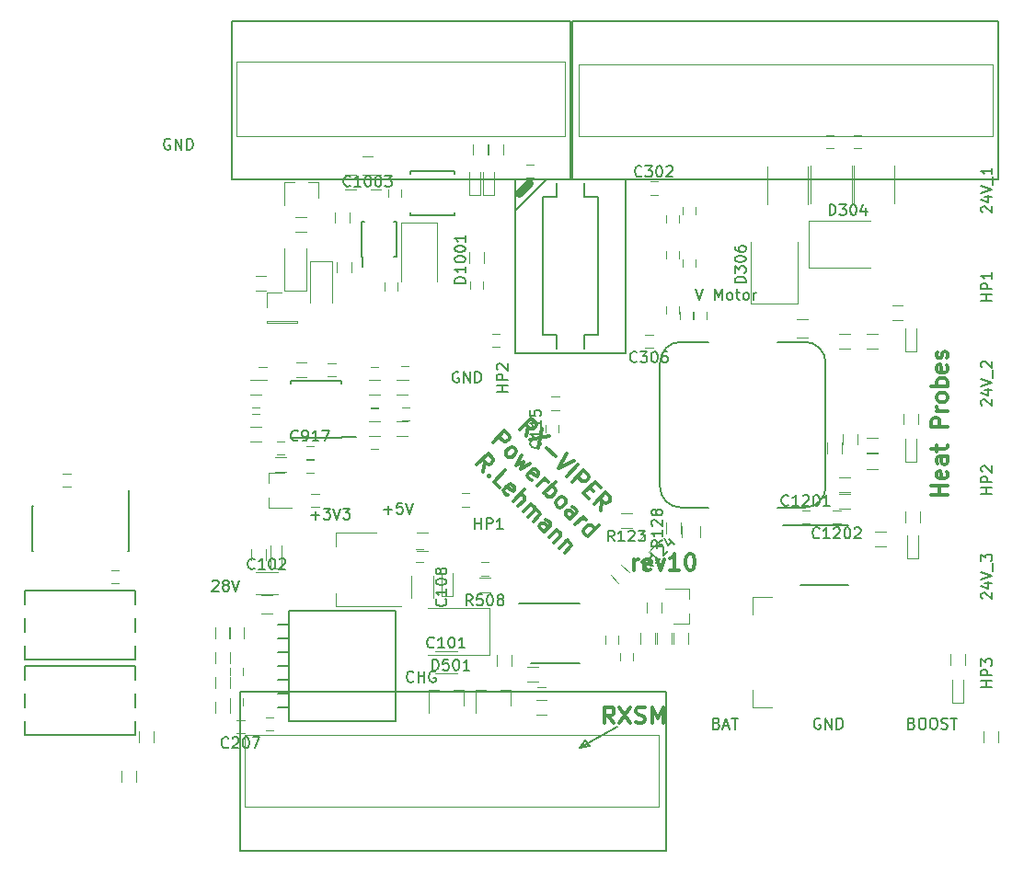
<source format=gto>
G04 #@! TF.FileFunction,Legend,Top*
%FSLAX46Y46*%
G04 Gerber Fmt 4.6, Leading zero omitted, Abs format (unit mm)*
G04 Created by KiCad (PCBNEW 4.0.6) date Mon Nov 27 06:04:14 2017*
%MOMM*%
%LPD*%
G01*
G04 APERTURE LIST*
%ADD10C,0.100000*%
%ADD11C,0.200000*%
%ADD12C,0.300000*%
%ADD13C,0.120000*%
%ADD14C,0.150000*%
%ADD15C,0.750000*%
G04 APERTURE END LIST*
D10*
D11*
X94940381Y-54093905D02*
X93940381Y-54093905D01*
X94416571Y-54093905D02*
X94416571Y-53522476D01*
X94940381Y-53522476D02*
X93940381Y-53522476D01*
X94940381Y-53046286D02*
X93940381Y-53046286D01*
X93940381Y-52665333D01*
X93988000Y-52570095D01*
X94035619Y-52522476D01*
X94130857Y-52474857D01*
X94273714Y-52474857D01*
X94368952Y-52522476D01*
X94416571Y-52570095D01*
X94464190Y-52665333D01*
X94464190Y-53046286D01*
X94035619Y-52093905D02*
X93988000Y-52046286D01*
X93940381Y-51951048D01*
X93940381Y-51712952D01*
X93988000Y-51617714D01*
X94035619Y-51570095D01*
X94130857Y-51522476D01*
X94226095Y-51522476D01*
X94368952Y-51570095D01*
X94940381Y-52141524D01*
X94940381Y-51522476D01*
X90424096Y-52332000D02*
X90328858Y-52284381D01*
X90186001Y-52284381D01*
X90043143Y-52332000D01*
X89947905Y-52427238D01*
X89900286Y-52522476D01*
X89852667Y-52712952D01*
X89852667Y-52855810D01*
X89900286Y-53046286D01*
X89947905Y-53141524D01*
X90043143Y-53236762D01*
X90186001Y-53284381D01*
X90281239Y-53284381D01*
X90424096Y-53236762D01*
X90471715Y-53189143D01*
X90471715Y-52855810D01*
X90281239Y-52855810D01*
X90900286Y-53284381D02*
X90900286Y-52284381D01*
X91471715Y-53284381D01*
X91471715Y-52284381D01*
X91947905Y-53284381D02*
X91947905Y-52284381D01*
X92186000Y-52284381D01*
X92328858Y-52332000D01*
X92424096Y-52427238D01*
X92471715Y-52522476D01*
X92519334Y-52712952D01*
X92519334Y-52855810D01*
X92471715Y-53046286D01*
X92424096Y-53141524D01*
X92328858Y-53236762D01*
X92186000Y-53284381D01*
X91947905Y-53284381D01*
X112276285Y-44664381D02*
X112609618Y-45664381D01*
X112942952Y-44664381D01*
X114038190Y-45664381D02*
X114038190Y-44664381D01*
X114371524Y-45378667D01*
X114704857Y-44664381D01*
X114704857Y-45664381D01*
X115323904Y-45664381D02*
X115228666Y-45616762D01*
X115181047Y-45569143D01*
X115133428Y-45473905D01*
X115133428Y-45188190D01*
X115181047Y-45092952D01*
X115228666Y-45045333D01*
X115323904Y-44997714D01*
X115466762Y-44997714D01*
X115562000Y-45045333D01*
X115609619Y-45092952D01*
X115657238Y-45188190D01*
X115657238Y-45473905D01*
X115609619Y-45569143D01*
X115562000Y-45616762D01*
X115466762Y-45664381D01*
X115323904Y-45664381D01*
X115942952Y-44997714D02*
X116323904Y-44997714D01*
X116085809Y-44664381D02*
X116085809Y-45521524D01*
X116133428Y-45616762D01*
X116228666Y-45664381D01*
X116323904Y-45664381D01*
X116800095Y-45664381D02*
X116704857Y-45616762D01*
X116657238Y-45569143D01*
X116609619Y-45473905D01*
X116609619Y-45188190D01*
X116657238Y-45092952D01*
X116704857Y-45045333D01*
X116800095Y-44997714D01*
X116942953Y-44997714D01*
X117038191Y-45045333D01*
X117085810Y-45092952D01*
X117133429Y-45188190D01*
X117133429Y-45473905D01*
X117085810Y-45569143D01*
X117038191Y-45616762D01*
X116942953Y-45664381D01*
X116800095Y-45664381D01*
X117562000Y-45664381D02*
X117562000Y-44997714D01*
X117562000Y-45188190D02*
X117609619Y-45092952D01*
X117657238Y-45045333D01*
X117752476Y-44997714D01*
X117847715Y-44997714D01*
X91956095Y-66746381D02*
X91956095Y-65746381D01*
X91956095Y-66222571D02*
X92527524Y-66222571D01*
X92527524Y-66746381D02*
X92527524Y-65746381D01*
X93003714Y-66746381D02*
X93003714Y-65746381D01*
X93384667Y-65746381D01*
X93479905Y-65794000D01*
X93527524Y-65841619D01*
X93575143Y-65936857D01*
X93575143Y-66079714D01*
X93527524Y-66174952D01*
X93479905Y-66222571D01*
X93384667Y-66270190D01*
X93003714Y-66270190D01*
X94527524Y-66746381D02*
X93956095Y-66746381D01*
X94241809Y-66746381D02*
X94241809Y-65746381D01*
X94146571Y-65889238D01*
X94051333Y-65984476D01*
X93956095Y-66032095D01*
X83550286Y-64968429D02*
X84312191Y-64968429D01*
X83931239Y-65349381D02*
X83931239Y-64587476D01*
X85264572Y-64349381D02*
X84788381Y-64349381D01*
X84740762Y-64825571D01*
X84788381Y-64777952D01*
X84883619Y-64730333D01*
X85121715Y-64730333D01*
X85216953Y-64777952D01*
X85264572Y-64825571D01*
X85312191Y-64920810D01*
X85312191Y-65158905D01*
X85264572Y-65254143D01*
X85216953Y-65301762D01*
X85121715Y-65349381D01*
X84883619Y-65349381D01*
X84788381Y-65301762D01*
X84740762Y-65254143D01*
X85597905Y-64349381D02*
X85931238Y-65349381D01*
X86264572Y-64349381D01*
X76851095Y-65476429D02*
X77613000Y-65476429D01*
X77232048Y-65857381D02*
X77232048Y-65095476D01*
X77993952Y-64857381D02*
X78613000Y-64857381D01*
X78279666Y-65238333D01*
X78422524Y-65238333D01*
X78517762Y-65285952D01*
X78565381Y-65333571D01*
X78613000Y-65428810D01*
X78613000Y-65666905D01*
X78565381Y-65762143D01*
X78517762Y-65809762D01*
X78422524Y-65857381D01*
X78136809Y-65857381D01*
X78041571Y-65809762D01*
X77993952Y-65762143D01*
X78898714Y-64857381D02*
X79232047Y-65857381D01*
X79565381Y-64857381D01*
X79803476Y-64857381D02*
X80422524Y-64857381D01*
X80089190Y-65238333D01*
X80232048Y-65238333D01*
X80327286Y-65285952D01*
X80374905Y-65333571D01*
X80422524Y-65428810D01*
X80422524Y-65666905D01*
X80374905Y-65762143D01*
X80327286Y-65809762D01*
X80232048Y-65857381D01*
X79946333Y-65857381D01*
X79851095Y-65809762D01*
X79803476Y-65762143D01*
X67770524Y-71556619D02*
X67818143Y-71509000D01*
X67913381Y-71461381D01*
X68151477Y-71461381D01*
X68246715Y-71509000D01*
X68294334Y-71556619D01*
X68341953Y-71651857D01*
X68341953Y-71747095D01*
X68294334Y-71889952D01*
X67722905Y-72461381D01*
X68341953Y-72461381D01*
X68913381Y-71889952D02*
X68818143Y-71842333D01*
X68770524Y-71794714D01*
X68722905Y-71699476D01*
X68722905Y-71651857D01*
X68770524Y-71556619D01*
X68818143Y-71509000D01*
X68913381Y-71461381D01*
X69103858Y-71461381D01*
X69199096Y-71509000D01*
X69246715Y-71556619D01*
X69294334Y-71651857D01*
X69294334Y-71699476D01*
X69246715Y-71794714D01*
X69199096Y-71842333D01*
X69103858Y-71889952D01*
X68913381Y-71889952D01*
X68818143Y-71937571D01*
X68770524Y-71985190D01*
X68722905Y-72080429D01*
X68722905Y-72270905D01*
X68770524Y-72366143D01*
X68818143Y-72413762D01*
X68913381Y-72461381D01*
X69103858Y-72461381D01*
X69199096Y-72413762D01*
X69246715Y-72366143D01*
X69294334Y-72270905D01*
X69294334Y-72080429D01*
X69246715Y-71985190D01*
X69199096Y-71937571D01*
X69103858Y-71889952D01*
X69580048Y-71461381D02*
X69913381Y-72461381D01*
X70246715Y-71461381D01*
X86280715Y-80748143D02*
X86233096Y-80795762D01*
X86090239Y-80843381D01*
X85995001Y-80843381D01*
X85852143Y-80795762D01*
X85756905Y-80700524D01*
X85709286Y-80605286D01*
X85661667Y-80414810D01*
X85661667Y-80271952D01*
X85709286Y-80081476D01*
X85756905Y-79986238D01*
X85852143Y-79891000D01*
X85995001Y-79843381D01*
X86090239Y-79843381D01*
X86233096Y-79891000D01*
X86280715Y-79938619D01*
X86709286Y-80843381D02*
X86709286Y-79843381D01*
X86709286Y-80319571D02*
X87280715Y-80319571D01*
X87280715Y-80843381D02*
X87280715Y-79843381D01*
X88280715Y-79891000D02*
X88185477Y-79843381D01*
X88042620Y-79843381D01*
X87899762Y-79891000D01*
X87804524Y-79986238D01*
X87756905Y-80081476D01*
X87709286Y-80271952D01*
X87709286Y-80414810D01*
X87756905Y-80605286D01*
X87804524Y-80700524D01*
X87899762Y-80795762D01*
X88042620Y-80843381D01*
X88137858Y-80843381D01*
X88280715Y-80795762D01*
X88328334Y-80748143D01*
X88328334Y-80414810D01*
X88137858Y-80414810D01*
D12*
X106597001Y-70528571D02*
X106597001Y-69528571D01*
X106597001Y-69814286D02*
X106668429Y-69671429D01*
X106739858Y-69600000D01*
X106882715Y-69528571D01*
X107025572Y-69528571D01*
X108097000Y-70457143D02*
X107954143Y-70528571D01*
X107668429Y-70528571D01*
X107525572Y-70457143D01*
X107454143Y-70314286D01*
X107454143Y-69742857D01*
X107525572Y-69600000D01*
X107668429Y-69528571D01*
X107954143Y-69528571D01*
X108097000Y-69600000D01*
X108168429Y-69742857D01*
X108168429Y-69885714D01*
X107454143Y-70028571D01*
X108668429Y-69528571D02*
X109025572Y-70528571D01*
X109382714Y-69528571D01*
X110739857Y-70528571D02*
X109882714Y-70528571D01*
X110311286Y-70528571D02*
X110311286Y-69028571D01*
X110168429Y-69242857D01*
X110025571Y-69385714D01*
X109882714Y-69457143D01*
X111668428Y-69028571D02*
X111811285Y-69028571D01*
X111954142Y-69100000D01*
X112025571Y-69171429D01*
X112097000Y-69314286D01*
X112168428Y-69600000D01*
X112168428Y-69957143D01*
X112097000Y-70242857D01*
X112025571Y-70385714D01*
X111954142Y-70457143D01*
X111811285Y-70528571D01*
X111668428Y-70528571D01*
X111525571Y-70457143D01*
X111454142Y-70385714D01*
X111382714Y-70242857D01*
X111311285Y-69957143D01*
X111311285Y-69600000D01*
X111382714Y-69314286D01*
X111454142Y-69171429D01*
X111525571Y-69100000D01*
X111668428Y-69028571D01*
X135425571Y-63594428D02*
X133925571Y-63594428D01*
X134639857Y-63594428D02*
X134639857Y-62737285D01*
X135425571Y-62737285D02*
X133925571Y-62737285D01*
X135354143Y-61451571D02*
X135425571Y-61594428D01*
X135425571Y-61880142D01*
X135354143Y-62022999D01*
X135211286Y-62094428D01*
X134639857Y-62094428D01*
X134497000Y-62022999D01*
X134425571Y-61880142D01*
X134425571Y-61594428D01*
X134497000Y-61451571D01*
X134639857Y-61380142D01*
X134782714Y-61380142D01*
X134925571Y-62094428D01*
X135425571Y-60094428D02*
X134639857Y-60094428D01*
X134497000Y-60165857D01*
X134425571Y-60308714D01*
X134425571Y-60594428D01*
X134497000Y-60737285D01*
X135354143Y-60094428D02*
X135425571Y-60237285D01*
X135425571Y-60594428D01*
X135354143Y-60737285D01*
X135211286Y-60808714D01*
X135068429Y-60808714D01*
X134925571Y-60737285D01*
X134854143Y-60594428D01*
X134854143Y-60237285D01*
X134782714Y-60094428D01*
X134425571Y-59594428D02*
X134425571Y-59022999D01*
X133925571Y-59380142D02*
X135211286Y-59380142D01*
X135354143Y-59308714D01*
X135425571Y-59165856D01*
X135425571Y-59022999D01*
X135425571Y-57380142D02*
X133925571Y-57380142D01*
X133925571Y-56808714D01*
X133997000Y-56665856D01*
X134068429Y-56594428D01*
X134211286Y-56522999D01*
X134425571Y-56522999D01*
X134568429Y-56594428D01*
X134639857Y-56665856D01*
X134711286Y-56808714D01*
X134711286Y-57380142D01*
X135425571Y-55880142D02*
X134425571Y-55880142D01*
X134711286Y-55880142D02*
X134568429Y-55808714D01*
X134497000Y-55737285D01*
X134425571Y-55594428D01*
X134425571Y-55451571D01*
X135425571Y-54737285D02*
X135354143Y-54880143D01*
X135282714Y-54951571D01*
X135139857Y-55023000D01*
X134711286Y-55023000D01*
X134568429Y-54951571D01*
X134497000Y-54880143D01*
X134425571Y-54737285D01*
X134425571Y-54523000D01*
X134497000Y-54380143D01*
X134568429Y-54308714D01*
X134711286Y-54237285D01*
X135139857Y-54237285D01*
X135282714Y-54308714D01*
X135354143Y-54380143D01*
X135425571Y-54523000D01*
X135425571Y-54737285D01*
X135425571Y-53594428D02*
X133925571Y-53594428D01*
X134497000Y-53594428D02*
X134425571Y-53451571D01*
X134425571Y-53165857D01*
X134497000Y-53023000D01*
X134568429Y-52951571D01*
X134711286Y-52880142D01*
X135139857Y-52880142D01*
X135282714Y-52951571D01*
X135354143Y-53023000D01*
X135425571Y-53165857D01*
X135425571Y-53451571D01*
X135354143Y-53594428D01*
X135354143Y-51665857D02*
X135425571Y-51808714D01*
X135425571Y-52094428D01*
X135354143Y-52237285D01*
X135211286Y-52308714D01*
X134639857Y-52308714D01*
X134497000Y-52237285D01*
X134425571Y-52094428D01*
X134425571Y-51808714D01*
X134497000Y-51665857D01*
X134639857Y-51594428D01*
X134782714Y-51594428D01*
X134925571Y-52308714D01*
X135354143Y-51023000D02*
X135425571Y-50880143D01*
X135425571Y-50594428D01*
X135354143Y-50451571D01*
X135211286Y-50380143D01*
X135139857Y-50380143D01*
X134997000Y-50451571D01*
X134925571Y-50594428D01*
X134925571Y-50808714D01*
X134854143Y-50951571D01*
X134711286Y-51023000D01*
X134639857Y-51023000D01*
X134497000Y-50951571D01*
X134425571Y-50808714D01*
X134425571Y-50594428D01*
X134497000Y-50451571D01*
D11*
X102489000Y-86741000D02*
X101600000Y-86868000D01*
X102108000Y-86233000D02*
X102489000Y-86741000D01*
X101600000Y-86868000D02*
X102108000Y-86233000D01*
X105029000Y-84963000D02*
X101600000Y-86868000D01*
D12*
X104731572Y-84625571D02*
X104231572Y-83911286D01*
X103874429Y-84625571D02*
X103874429Y-83125571D01*
X104445857Y-83125571D01*
X104588715Y-83197000D01*
X104660143Y-83268429D01*
X104731572Y-83411286D01*
X104731572Y-83625571D01*
X104660143Y-83768429D01*
X104588715Y-83839857D01*
X104445857Y-83911286D01*
X103874429Y-83911286D01*
X105231572Y-83125571D02*
X106231572Y-84625571D01*
X106231572Y-83125571D02*
X105231572Y-84625571D01*
X106731571Y-84554143D02*
X106945857Y-84625571D01*
X107303000Y-84625571D01*
X107445857Y-84554143D01*
X107517286Y-84482714D01*
X107588714Y-84339857D01*
X107588714Y-84197000D01*
X107517286Y-84054143D01*
X107445857Y-83982714D01*
X107303000Y-83911286D01*
X107017286Y-83839857D01*
X106874428Y-83768429D01*
X106803000Y-83697000D01*
X106731571Y-83554143D01*
X106731571Y-83411286D01*
X106803000Y-83268429D01*
X106874428Y-83197000D01*
X107017286Y-83125571D01*
X107374428Y-83125571D01*
X107588714Y-83197000D01*
X108231571Y-84625571D02*
X108231571Y-83125571D01*
X108731571Y-84197000D01*
X109231571Y-83125571D01*
X109231571Y-84625571D01*
X96667335Y-58206736D02*
X96818858Y-57348106D01*
X96061244Y-57600644D02*
X97121904Y-56539984D01*
X97525964Y-56944044D01*
X97576472Y-57095568D01*
X97576472Y-57196583D01*
X97525964Y-57348106D01*
X97374442Y-57499629D01*
X97222918Y-57550137D01*
X97121904Y-57550137D01*
X96970380Y-57499629D01*
X96566319Y-57095568D01*
X98081549Y-57499629D02*
X97727995Y-59267396D01*
X98788656Y-58206736D02*
X97020889Y-58560289D01*
X98536117Y-59267396D02*
X99344239Y-60075518D01*
X100354391Y-59772471D02*
X99647285Y-61186685D01*
X101061498Y-60479578D01*
X100354391Y-61893792D02*
X101415052Y-60833132D01*
X100859468Y-62398868D02*
X101920128Y-61338208D01*
X102324189Y-61742269D01*
X102374697Y-61893792D01*
X102374696Y-61994808D01*
X102324189Y-62146331D01*
X102172666Y-62297853D01*
X102021143Y-62348361D01*
X101920128Y-62348361D01*
X101768604Y-62297853D01*
X101364544Y-61893792D01*
X102475712Y-62903945D02*
X102829265Y-63257498D01*
X102425205Y-63964605D02*
X101920128Y-63459528D01*
X102980788Y-62398868D01*
X103485865Y-62903945D01*
X103485865Y-65025265D02*
X103637387Y-64166636D01*
X102879773Y-64419173D02*
X103940433Y-63358513D01*
X104344494Y-63762574D01*
X104395002Y-63914098D01*
X104395001Y-64015113D01*
X104344494Y-64166636D01*
X104192972Y-64318158D01*
X104041448Y-64368666D01*
X103940433Y-64368666D01*
X103788910Y-64318158D01*
X103384849Y-63914098D01*
X93601522Y-58747166D02*
X94662182Y-57686506D01*
X95066243Y-58090567D01*
X95116751Y-58242091D01*
X95116750Y-58343106D01*
X95066243Y-58494629D01*
X94914720Y-58646151D01*
X94763197Y-58696659D01*
X94662182Y-58696659D01*
X94510658Y-58646151D01*
X94106598Y-58242091D01*
X94813705Y-59959350D02*
X94763197Y-59807826D01*
X94763197Y-59706811D01*
X94813705Y-59555288D01*
X95116750Y-59252243D01*
X95268273Y-59201736D01*
X95369288Y-59201735D01*
X95520812Y-59252243D01*
X95672334Y-59403765D01*
X95722842Y-59555288D01*
X95722842Y-59656304D01*
X95672334Y-59807827D01*
X95369289Y-60110873D01*
X95217766Y-60161380D01*
X95116750Y-60161380D01*
X94965228Y-60110872D01*
X94813705Y-59959350D01*
X96227919Y-59959350D02*
X95722842Y-60868487D01*
X96429948Y-60565441D01*
X96126904Y-61272548D01*
X97036041Y-60767472D01*
X97187563Y-62232193D02*
X97036041Y-62181685D01*
X96834010Y-61979655D01*
X96783503Y-61828132D01*
X96834010Y-61676609D01*
X97238071Y-61272548D01*
X97389594Y-61222041D01*
X97541117Y-61272548D01*
X97743148Y-61474578D01*
X97793655Y-61626101D01*
X97743148Y-61777624D01*
X97642132Y-61878640D01*
X97036041Y-61474578D01*
X97642132Y-62787777D02*
X98349239Y-62080670D01*
X98147208Y-62282701D02*
X98298731Y-62232193D01*
X98399746Y-62232193D01*
X98551269Y-62282700D01*
X98652285Y-62383715D01*
X98298731Y-63444376D02*
X99359391Y-62383715D01*
X98955330Y-62787777D02*
X99106853Y-62838284D01*
X99308883Y-63040314D01*
X99359391Y-63191837D01*
X99359391Y-63292853D01*
X99308883Y-63444376D01*
X99005838Y-63747422D01*
X98854315Y-63797929D01*
X98753299Y-63797929D01*
X98601777Y-63747421D01*
X98399746Y-63545391D01*
X98349238Y-63393868D01*
X99409899Y-64555544D02*
X99359391Y-64404021D01*
X99359391Y-64303005D01*
X99409899Y-64151482D01*
X99712944Y-63848437D01*
X99864467Y-63797930D01*
X99965482Y-63797929D01*
X100117006Y-63848437D01*
X100268528Y-63999959D01*
X100319036Y-64151482D01*
X100319036Y-64252498D01*
X100268528Y-64404021D01*
X99965483Y-64707067D01*
X99813960Y-64757574D01*
X99712944Y-64757574D01*
X99561422Y-64707066D01*
X99409899Y-64555544D01*
X100672590Y-65818234D02*
X101228174Y-65262650D01*
X101278681Y-65111127D01*
X101228174Y-64959604D01*
X101026143Y-64757574D01*
X100874620Y-64707067D01*
X100723097Y-65767727D02*
X100571575Y-65717219D01*
X100319036Y-65464681D01*
X100268528Y-65313158D01*
X100319036Y-65161635D01*
X100420051Y-65060620D01*
X100571575Y-65010112D01*
X100723097Y-65060620D01*
X100975635Y-65313158D01*
X101127158Y-65363666D01*
X101177666Y-66323311D02*
X101884773Y-65616204D01*
X101682742Y-65818235D02*
X101834264Y-65767727D01*
X101935280Y-65767727D01*
X102086803Y-65818234D01*
X102187819Y-65919249D01*
X102288834Y-67434478D02*
X103349494Y-66373818D01*
X102339341Y-67383971D02*
X102187819Y-67333463D01*
X101985788Y-67131433D01*
X101935280Y-66979909D01*
X101935280Y-66878894D01*
X101985788Y-66727371D01*
X102288833Y-66424326D01*
X102440356Y-66373819D01*
X102541371Y-66373818D01*
X102692895Y-66424326D01*
X102894925Y-66626356D01*
X102945433Y-66777879D01*
X92707537Y-61459425D02*
X92859059Y-60600796D01*
X92101445Y-60853334D02*
X93162106Y-59792674D01*
X93566166Y-60196734D01*
X93616674Y-60348258D01*
X93616673Y-60449273D01*
X93566166Y-60600796D01*
X93414644Y-60752319D01*
X93263120Y-60802827D01*
X93162106Y-60802827D01*
X93010582Y-60752319D01*
X92606521Y-60348258D01*
X93263121Y-61812979D02*
X93263120Y-61913994D01*
X93162106Y-61913994D01*
X93162105Y-61812979D01*
X93263121Y-61812979D01*
X93162106Y-61913994D01*
X94172259Y-62924147D02*
X93667182Y-62419070D01*
X94727842Y-61358410D01*
X94980380Y-63631254D02*
X94828857Y-63580746D01*
X94626827Y-63378715D01*
X94576319Y-63227193D01*
X94626826Y-63075670D01*
X95030888Y-62671609D01*
X95182411Y-62621101D01*
X95333934Y-62671609D01*
X95535964Y-62873639D01*
X95586471Y-63025162D01*
X95535964Y-63176685D01*
X95434949Y-63277700D01*
X94828857Y-62873639D01*
X95434949Y-64186837D02*
X96495609Y-63126177D01*
X95889518Y-64641406D02*
X96445101Y-64085822D01*
X96495609Y-63934299D01*
X96445101Y-63782776D01*
X96293579Y-63631254D01*
X96142055Y-63580746D01*
X96041040Y-63580746D01*
X96394594Y-65146482D02*
X97101701Y-64439376D01*
X97000685Y-64540391D02*
X97101700Y-64540391D01*
X97253224Y-64590899D01*
X97404746Y-64742421D01*
X97455254Y-64893944D01*
X97404746Y-65045467D01*
X96849163Y-65601051D01*
X97404746Y-65045467D02*
X97556269Y-64994960D01*
X97707792Y-65045467D01*
X97859315Y-65196990D01*
X97909823Y-65348513D01*
X97859315Y-65500036D01*
X97303731Y-66055619D01*
X98263376Y-67015264D02*
X98818960Y-66459681D01*
X98869467Y-66308158D01*
X98818960Y-66156635D01*
X98616930Y-65954604D01*
X98465406Y-65904097D01*
X98313883Y-66964757D02*
X98162361Y-66914249D01*
X97909823Y-66661711D01*
X97859315Y-66510189D01*
X97909822Y-66358666D01*
X98010837Y-66257650D01*
X98162361Y-66207143D01*
X98313883Y-66257650D01*
X98566422Y-66510189D01*
X98717945Y-66560696D01*
X99475559Y-66813234D02*
X98768453Y-67520341D01*
X99374544Y-66914250D02*
X99475559Y-66914249D01*
X99627083Y-66964757D01*
X99778605Y-67116280D01*
X99829112Y-67267803D01*
X99778605Y-67419326D01*
X99223021Y-67974910D01*
X100435204Y-67772879D02*
X99728098Y-68479986D01*
X100334189Y-67873895D02*
X100435204Y-67873894D01*
X100586728Y-67924402D01*
X100738250Y-68075925D01*
X100788757Y-68227448D01*
X100738250Y-68378971D01*
X100182666Y-68934555D01*
D13*
X87606000Y-67095000D02*
X86606000Y-67095000D01*
X86606000Y-68795000D02*
X87606000Y-68795000D01*
X86506000Y-68615000D02*
X87206000Y-68615000D01*
X87206000Y-69815000D02*
X86506000Y-69815000D01*
X122547000Y-47410000D02*
X121547000Y-47410000D01*
X121547000Y-49110000D02*
X122547000Y-49110000D01*
X73271000Y-72810000D02*
X72271000Y-72810000D01*
X72271000Y-74510000D02*
X73271000Y-74510000D01*
X69377000Y-80221000D02*
X69377000Y-79521000D01*
X70577000Y-79521000D02*
X70577000Y-80221000D01*
X69377000Y-83015000D02*
X69377000Y-82315000D01*
X70577000Y-82315000D02*
X70577000Y-83015000D01*
X72675000Y-84109000D02*
X73375000Y-84109000D01*
X73375000Y-85309000D02*
X72675000Y-85309000D01*
X98976000Y-54581500D02*
X99676000Y-54581500D01*
X99676000Y-55781500D02*
X98976000Y-55781500D01*
X94203000Y-50003000D02*
X93503000Y-50003000D01*
X93503000Y-48803000D02*
X94203000Y-48803000D01*
X92675000Y-43973000D02*
X92675000Y-44673000D01*
X91475000Y-44673000D02*
X91475000Y-43973000D01*
X111979000Y-46767000D02*
X111979000Y-47467000D01*
X110779000Y-47467000D02*
X110779000Y-46767000D01*
X109509000Y-38577000D02*
X109509000Y-37877000D01*
X110709000Y-37877000D02*
X110709000Y-38577000D01*
X110709000Y-41179000D02*
X110709000Y-41879000D01*
X109509000Y-41879000D02*
X109509000Y-41179000D01*
X110709000Y-46259000D02*
X110709000Y-46959000D01*
X109509000Y-46959000D02*
X109509000Y-46259000D01*
X96626500Y-33182000D02*
X97326500Y-33182000D01*
X97326500Y-34382000D02*
X96626500Y-34382000D01*
X113249000Y-46767000D02*
X113249000Y-47467000D01*
X112049000Y-47467000D02*
X112049000Y-46767000D01*
X112233000Y-41941000D02*
X112233000Y-42641000D01*
X111033000Y-42641000D02*
X111033000Y-41941000D01*
X111033000Y-37815000D02*
X111033000Y-37115000D01*
X112233000Y-37115000D02*
X112233000Y-37815000D01*
X126777000Y-30515000D02*
X127477000Y-30515000D01*
X127477000Y-31715000D02*
X126777000Y-31715000D01*
X124237000Y-30515000D02*
X124937000Y-30515000D01*
X124937000Y-31715000D02*
X124237000Y-31715000D01*
X92475000Y-69821500D02*
X93175000Y-69821500D01*
X93175000Y-71021500D02*
X92475000Y-71021500D01*
X97706000Y-81315000D02*
X98406000Y-81315000D01*
X98406000Y-82515000D02*
X97706000Y-82515000D01*
X103921000Y-77300000D02*
X103921000Y-76600000D01*
X105121000Y-76600000D02*
X105121000Y-77300000D01*
X54718000Y-62830000D02*
X54018000Y-62830000D01*
X54018000Y-61630000D02*
X54718000Y-61630000D01*
X59151000Y-71720000D02*
X58451000Y-71720000D01*
X58451000Y-70520000D02*
X59151000Y-70520000D01*
X76866000Y-63535000D02*
X77566000Y-63535000D01*
X77566000Y-64735000D02*
X76866000Y-64735000D01*
X83601000Y-44788000D02*
X83601000Y-44088000D01*
X84801000Y-44088000D02*
X84801000Y-44788000D01*
X83982000Y-36176000D02*
X83982000Y-35476000D01*
X85182000Y-35476000D02*
X85182000Y-36176000D01*
X82327000Y-55661000D02*
X83027000Y-55661000D01*
X83027000Y-56861000D02*
X82327000Y-56861000D01*
X82327000Y-54391000D02*
X83027000Y-54391000D01*
X83027000Y-55591000D02*
X82327000Y-55591000D01*
X72105000Y-55591000D02*
X71405000Y-55591000D01*
X71405000Y-54391000D02*
X72105000Y-54391000D01*
X72105000Y-57369000D02*
X71405000Y-57369000D01*
X71405000Y-56169000D02*
X72105000Y-56169000D01*
X82327000Y-58201000D02*
X83027000Y-58201000D01*
X83027000Y-59401000D02*
X82327000Y-59401000D01*
X82327000Y-51851000D02*
X83027000Y-51851000D01*
X83027000Y-53051000D02*
X82327000Y-53051000D01*
X72752000Y-53051000D02*
X72052000Y-53051000D01*
X72052000Y-51851000D02*
X72752000Y-51851000D01*
X74391000Y-59909000D02*
X73691000Y-59909000D01*
X73691000Y-58709000D02*
X74391000Y-58709000D01*
X92718000Y-35971000D02*
X93718000Y-35971000D01*
X93718000Y-35971000D02*
X93718000Y-33871000D01*
X92718000Y-35971000D02*
X92718000Y-33871000D01*
X91384500Y-35971000D02*
X92384500Y-35971000D01*
X92384500Y-35971000D02*
X92384500Y-33871000D01*
X91384500Y-35971000D02*
X91384500Y-33871000D01*
X95179000Y-81520000D02*
X94249000Y-81520000D01*
X92019000Y-81520000D02*
X92949000Y-81520000D01*
X92019000Y-81520000D02*
X92019000Y-83680000D01*
X95179000Y-81520000D02*
X95179000Y-82980000D01*
X90861000Y-81552000D02*
X89931000Y-81552000D01*
X87701000Y-81552000D02*
X88631000Y-81552000D01*
X87701000Y-81552000D02*
X87701000Y-83712000D01*
X90861000Y-81552000D02*
X90861000Y-83012000D01*
X72778000Y-47625000D02*
X72778000Y-47745000D01*
X72778000Y-47745000D02*
X75558000Y-47745000D01*
X75558000Y-47745000D02*
X75558000Y-47625000D01*
X75558000Y-47625000D02*
X72778000Y-47625000D01*
X72778000Y-46355000D02*
X72778000Y-44965000D01*
X72778000Y-44965000D02*
X74168000Y-44965000D01*
X122593500Y-36818500D02*
X122593500Y-33358500D01*
X118833500Y-36818500D02*
X118833500Y-33358500D01*
X126594000Y-36782000D02*
X126594000Y-33322000D01*
X122834000Y-36782000D02*
X122834000Y-33322000D01*
X130531000Y-36782000D02*
X130531000Y-33322000D01*
X126771000Y-36782000D02*
X126771000Y-33322000D01*
X117476000Y-81555000D02*
X117476000Y-83205000D01*
X117476000Y-83205000D02*
X119276000Y-83205000D01*
X119276000Y-73005000D02*
X117476000Y-73005000D01*
X117476000Y-73005000D02*
X117476000Y-74655000D01*
X111631000Y-75430500D02*
X111631000Y-74500500D01*
X111631000Y-72270500D02*
X111631000Y-73200500D01*
X111631000Y-72270500D02*
X109471000Y-72270500D01*
X111631000Y-75430500D02*
X110171000Y-75430500D01*
X77526000Y-34800000D02*
X76596000Y-34800000D01*
X74366000Y-34800000D02*
X75296000Y-34800000D01*
X74366000Y-34800000D02*
X74366000Y-36960000D01*
X77526000Y-34800000D02*
X77526000Y-36260000D01*
X111551000Y-76335000D02*
X111551000Y-77335000D01*
X110191000Y-77335000D02*
X110191000Y-76335000D01*
X105410279Y-70031614D02*
X106117386Y-70738721D01*
X105155721Y-71700386D02*
X104448614Y-70993279D01*
X107778000Y-74477500D02*
X107778000Y-73477500D01*
X109138000Y-73477500D02*
X109138000Y-74477500D01*
X110027000Y-76335000D02*
X110027000Y-77335000D01*
X108667000Y-77335000D02*
X108667000Y-76335000D01*
X107143000Y-77335000D02*
X107143000Y-76335000D01*
X108503000Y-76335000D02*
X108503000Y-77335000D01*
X127960500Y-59835500D02*
X128960500Y-59835500D01*
X128960500Y-61195500D02*
X127960500Y-61195500D01*
X125711500Y-58797000D02*
X125711500Y-59797000D01*
X124351500Y-59797000D02*
X124351500Y-58797000D01*
X127960500Y-58375000D02*
X128960500Y-58375000D01*
X128960500Y-59735000D02*
X127960500Y-59735000D01*
X127108500Y-57983500D02*
X127108500Y-58983500D01*
X125748500Y-58983500D02*
X125748500Y-57983500D01*
X71737600Y-43465200D02*
X72737600Y-43465200D01*
X72737600Y-44825200D02*
X71737600Y-44825200D01*
X75446000Y-38055000D02*
X76446000Y-38055000D01*
X76446000Y-39415000D02*
X75446000Y-39415000D01*
X68027000Y-76839000D02*
X68027000Y-75839000D01*
X69387000Y-75839000D02*
X69387000Y-76839000D01*
X68027000Y-79125000D02*
X68027000Y-78125000D01*
X69387000Y-78125000D02*
X69387000Y-79125000D01*
X70657000Y-75839000D02*
X70657000Y-76839000D01*
X69297000Y-76839000D02*
X69297000Y-75839000D01*
X69387000Y-82673000D02*
X69387000Y-83673000D01*
X68027000Y-83673000D02*
X68027000Y-82673000D01*
X69387000Y-80387000D02*
X69387000Y-81387000D01*
X68027000Y-81387000D02*
X68027000Y-80387000D01*
X94533000Y-31313500D02*
X94533000Y-32313500D01*
X93173000Y-32313500D02*
X93173000Y-31313500D01*
X93072500Y-31313500D02*
X93072500Y-32313500D01*
X91712500Y-32313500D02*
X91712500Y-31313500D01*
X91395000Y-42283000D02*
X91395000Y-41283000D01*
X92755000Y-41283000D02*
X92755000Y-42283000D01*
X97556000Y-82505000D02*
X98556000Y-82505000D01*
X98556000Y-83865000D02*
X97556000Y-83865000D01*
X95295000Y-78355000D02*
X95295000Y-79355000D01*
X93935000Y-79355000D02*
X93935000Y-78355000D01*
X97770000Y-80817000D02*
X96770000Y-80817000D01*
X96770000Y-79457000D02*
X97770000Y-79457000D01*
X125420500Y-61994500D02*
X126420500Y-61994500D01*
X126420500Y-63354500D02*
X125420500Y-63354500D01*
X125432500Y-63518500D02*
X126432500Y-63518500D01*
X126432500Y-64878500D02*
X125432500Y-64878500D01*
X128786000Y-67011000D02*
X129786000Y-67011000D01*
X129786000Y-68371000D02*
X128786000Y-68371000D01*
X80563000Y-42160000D02*
X80563000Y-43160000D01*
X79203000Y-43160000D02*
X79203000Y-42160000D01*
X81006000Y-35478000D02*
X80006000Y-35478000D01*
X80006000Y-34118000D02*
X81006000Y-34118000D01*
X79076000Y-38588000D02*
X79076000Y-37588000D01*
X80436000Y-37588000D02*
X80436000Y-38588000D01*
X82316000Y-34118000D02*
X83316000Y-34118000D01*
X83316000Y-35478000D02*
X82316000Y-35478000D01*
X85717000Y-58211000D02*
X84717000Y-58211000D01*
X84717000Y-56851000D02*
X85717000Y-56851000D01*
X85717000Y-54401000D02*
X84717000Y-54401000D01*
X84717000Y-53041000D02*
X85717000Y-53041000D01*
X76458000Y-52750000D02*
X75458000Y-52750000D01*
X75458000Y-51390000D02*
X76458000Y-51390000D01*
X74541000Y-61513000D02*
X73541000Y-61513000D01*
X73541000Y-60153000D02*
X74541000Y-60153000D01*
X83177000Y-58211000D02*
X82177000Y-58211000D01*
X82177000Y-56851000D02*
X83177000Y-56851000D01*
X83177000Y-54401000D02*
X82177000Y-54401000D01*
X82177000Y-53041000D02*
X83177000Y-53041000D01*
X71255000Y-53041000D02*
X72255000Y-53041000D01*
X72255000Y-54401000D02*
X71255000Y-54401000D01*
X71255000Y-57359000D02*
X72255000Y-57359000D01*
X72255000Y-58719000D02*
X71255000Y-58719000D01*
D14*
X74824000Y-75565000D02*
X73824000Y-75565000D01*
X74824000Y-74295000D02*
X84674000Y-74295000D01*
X74824000Y-84455000D02*
X74824000Y-74295000D01*
X74824000Y-84455000D02*
X84674000Y-84455000D01*
X84674000Y-74295000D02*
X84674000Y-84455000D01*
X74824000Y-76835000D02*
X73824000Y-76835000D01*
X74824000Y-78105000D02*
X73824000Y-78105000D01*
X74824000Y-79375000D02*
X73824000Y-79375000D01*
X74824000Y-80645000D02*
X73824000Y-80645000D01*
X74824000Y-81915000D02*
X73824000Y-81915000D01*
X74824000Y-83185000D02*
X73824000Y-83185000D01*
X101981000Y-36195000D02*
X101981000Y-34925000D01*
X103251000Y-36195000D02*
X101981000Y-36195000D01*
X103251000Y-48895000D02*
X103251000Y-36195000D01*
X101981000Y-48895000D02*
X103251000Y-48895000D01*
X101981000Y-50165000D02*
X101981000Y-48895000D01*
X99441000Y-48895000D02*
X99441000Y-50165000D01*
X98171000Y-48895000D02*
X99441000Y-48895000D01*
X98171000Y-36195000D02*
X98171000Y-48895000D01*
X99441000Y-36195000D02*
X98171000Y-36195000D01*
X99441000Y-34925000D02*
X99441000Y-36195000D01*
D15*
X96901000Y-34925000D02*
X96011000Y-35815000D01*
D14*
X98551000Y-34545000D02*
X95631000Y-37465000D01*
X105791000Y-34545000D02*
X95631000Y-34545000D01*
X105791000Y-50545000D02*
X105791000Y-34545000D01*
X95631000Y-50545000D02*
X105791000Y-50545000D01*
X95631000Y-34545000D02*
X95631000Y-50545000D01*
X97091000Y-79112500D02*
X101591000Y-79112500D01*
X95966000Y-73562500D02*
X101591000Y-73562500D01*
X60076000Y-64600000D02*
X60051000Y-64600000D01*
X60076000Y-68750000D02*
X59961000Y-68750000D01*
X51176000Y-68750000D02*
X51291000Y-68750000D01*
X51176000Y-64600000D02*
X51291000Y-64600000D01*
X60076000Y-64600000D02*
X60076000Y-68750000D01*
X51176000Y-64600000D02*
X51176000Y-68750000D01*
X60051000Y-64600000D02*
X60051000Y-63225000D01*
D13*
X72916000Y-61600000D02*
X72916000Y-62530000D01*
X72916000Y-64760000D02*
X72916000Y-63830000D01*
X72916000Y-64760000D02*
X75076000Y-64760000D01*
X72916000Y-61600000D02*
X74376000Y-61600000D01*
D14*
X81471000Y-41718000D02*
X81621000Y-41718000D01*
X81471000Y-38468000D02*
X81718500Y-38468000D01*
X84721000Y-38468000D02*
X84473500Y-38468000D01*
X84721000Y-41718000D02*
X84473500Y-41718000D01*
X81471000Y-41718000D02*
X81471000Y-38468000D01*
X84721000Y-41718000D02*
X84721000Y-38468000D01*
X81621000Y-41718000D02*
X81621000Y-42643000D01*
X79668000Y-58378000D02*
X79668000Y-58253000D01*
X75018000Y-58378000D02*
X75018000Y-58153000D01*
X75018000Y-53128000D02*
X75018000Y-53353000D01*
X79668000Y-53128000D02*
X79668000Y-53353000D01*
X79668000Y-58378000D02*
X75018000Y-58378000D01*
X79668000Y-53128000D02*
X75018000Y-53128000D01*
X79668000Y-58253000D02*
X81018000Y-58253000D01*
D13*
X112673500Y-67492500D02*
X112673500Y-66492500D01*
X110973500Y-66492500D02*
X110973500Y-67492500D01*
D14*
X122301000Y-64770000D02*
X119761000Y-64770000D01*
X110871000Y-49530000D02*
X113411000Y-49530000D01*
X124206000Y-51435000D02*
G75*
G03X122301000Y-49530000I-1905000J0D01*
G01*
X122301000Y-64770000D02*
G75*
G03X124206000Y-62865000I0J1905000D01*
G01*
X108966000Y-62865000D02*
G75*
G03X110871000Y-64770000I1905000J0D01*
G01*
X110871000Y-49530000D02*
G75*
G03X108966000Y-51435000I0J-1905000D01*
G01*
X113411000Y-64770000D02*
X110871000Y-64770000D01*
X124206000Y-51435000D02*
X124206000Y-62865000D01*
X119761000Y-49530000D02*
X122301000Y-49530000D01*
X108966000Y-62865000D02*
X108966000Y-51435000D01*
X90028500Y-33782000D02*
X90028500Y-34036000D01*
X85964500Y-33782000D02*
X90028500Y-33782000D01*
X85964500Y-34036000D02*
X85964500Y-33782000D01*
X85964500Y-37846000D02*
X85964500Y-37592000D01*
X90028500Y-37846000D02*
X85964500Y-37846000D01*
X90028500Y-37846000D02*
X90028500Y-37592000D01*
D13*
X128024000Y-48786500D02*
X129024000Y-48786500D01*
X129024000Y-50146500D02*
X128024000Y-50146500D01*
X125432500Y-48786500D02*
X126432500Y-48786500D01*
X126432500Y-50146500D02*
X125432500Y-50146500D01*
X79116000Y-67075000D02*
X79116000Y-68335000D01*
X79116000Y-73895000D02*
X79116000Y-72635000D01*
X82876000Y-67075000D02*
X79116000Y-67075000D01*
X85126000Y-73895000D02*
X79116000Y-73895000D01*
X60751000Y-89035000D02*
X60751000Y-90035000D01*
X59391000Y-90035000D02*
X59391000Y-89035000D01*
X140126000Y-85352000D02*
X140126000Y-86352000D01*
X138766000Y-86352000D02*
X138766000Y-85352000D01*
D14*
X50546000Y-79375000D02*
X50546000Y-80645000D01*
X60706000Y-79375000D02*
X50546000Y-79375000D01*
X60706000Y-80645000D02*
X60706000Y-79375000D01*
X60706000Y-83185000D02*
X60706000Y-81915000D01*
X50546000Y-83185000D02*
X50546000Y-81915000D01*
X50546000Y-85725000D02*
X50546000Y-84455000D01*
X60706000Y-85725000D02*
X50546000Y-85725000D01*
X60706000Y-85725000D02*
X60706000Y-84455000D01*
X50546000Y-72390000D02*
X50546000Y-73660000D01*
X60706000Y-72390000D02*
X50546000Y-72390000D01*
X60706000Y-73660000D02*
X60706000Y-72390000D01*
X60706000Y-76200000D02*
X60706000Y-74930000D01*
X50546000Y-76200000D02*
X50546000Y-74930000D01*
X50546000Y-78740000D02*
X50546000Y-77470000D01*
X60706000Y-78740000D02*
X50546000Y-78740000D01*
X60706000Y-78740000D02*
X60706000Y-77470000D01*
D13*
X61042000Y-86364000D02*
X61042000Y-85364000D01*
X62402000Y-85364000D02*
X62402000Y-86364000D01*
D14*
X109509000Y-96334000D02*
X109509000Y-81734000D01*
X70309000Y-96334000D02*
X109509000Y-96334000D01*
X70309000Y-81734000D02*
X70309000Y-96334000D01*
X70309000Y-81734000D02*
X109509000Y-81734000D01*
D13*
X70739000Y-85734000D02*
X108829000Y-85734000D01*
X70739000Y-85734000D02*
X70739000Y-92324000D01*
X108829000Y-92324000D02*
X108829000Y-85734000D01*
X108829000Y-92324000D02*
X70739000Y-92324000D01*
D14*
X100726000Y-20005000D02*
X100726000Y-34605000D01*
X69526000Y-20005000D02*
X100726000Y-20005000D01*
X69526000Y-34605000D02*
X69526000Y-20005000D01*
X69526000Y-34605000D02*
X100726000Y-34605000D01*
D13*
X100196000Y-30605000D02*
X69986000Y-30605000D01*
X100196000Y-30605000D02*
X100196000Y-23755000D01*
X69986000Y-23755000D02*
X69986000Y-30605000D01*
X69986000Y-23755000D02*
X100196000Y-23755000D01*
D14*
X140118000Y-19998000D02*
X140118000Y-34598000D01*
X100918000Y-19998000D02*
X140118000Y-19998000D01*
X100918000Y-34598000D02*
X100918000Y-19998000D01*
X100918000Y-34598000D02*
X140118000Y-34598000D01*
D13*
X139558000Y-30598000D02*
X101478000Y-30598000D01*
X139558000Y-30598000D02*
X139558000Y-24008000D01*
X101478000Y-24008000D02*
X101478000Y-30598000D01*
X101478000Y-24008000D02*
X139558000Y-24008000D01*
X85821000Y-52987500D02*
X85121000Y-52987500D01*
X85121000Y-51787500D02*
X85821000Y-51787500D01*
X78402000Y-51470000D02*
X79102000Y-51470000D01*
X79102000Y-52670000D02*
X78402000Y-52670000D01*
X76409500Y-60360000D02*
X77109500Y-60360000D01*
X77109500Y-61560000D02*
X76409500Y-61560000D01*
X85884500Y-56734000D02*
X85184500Y-56734000D01*
X85184500Y-55534000D02*
X85884500Y-55534000D01*
X98460000Y-57881000D02*
X98460000Y-57181000D01*
X99660000Y-57181000D02*
X99660000Y-57881000D01*
X91409000Y-64671500D02*
X90709000Y-64671500D01*
X90709000Y-63471500D02*
X91409000Y-63471500D01*
X73160000Y-70350000D02*
X74160000Y-70350000D01*
X74160000Y-70350000D02*
X74160000Y-68250000D01*
X73160000Y-70350000D02*
X73160000Y-68250000D01*
X88908000Y-72890000D02*
X89908000Y-72890000D01*
X89908000Y-72890000D02*
X89908000Y-70790000D01*
X88908000Y-72890000D02*
X88908000Y-70790000D01*
X135898000Y-82745000D02*
X136898000Y-82745000D01*
X136898000Y-82745000D02*
X136898000Y-80645000D01*
X135898000Y-82745000D02*
X135898000Y-80645000D01*
X131580000Y-50411000D02*
X132580000Y-50411000D01*
X132580000Y-50411000D02*
X132580000Y-48311000D01*
X131580000Y-50411000D02*
X131580000Y-48311000D01*
X131580000Y-60520000D02*
X132580000Y-60520000D01*
X132580000Y-60520000D02*
X132580000Y-58420000D01*
X131580000Y-60520000D02*
X131580000Y-58420000D01*
X131707000Y-69461000D02*
X132707000Y-69461000D01*
X132707000Y-69461000D02*
X132707000Y-67361000D01*
X131707000Y-69461000D02*
X131707000Y-67361000D01*
X71329000Y-69600000D02*
X71329000Y-68600000D01*
X72689000Y-68600000D02*
X72689000Y-69600000D01*
X137078000Y-78252000D02*
X137078000Y-79252000D01*
X135718000Y-79252000D02*
X135718000Y-78252000D01*
X130322000Y-46183000D02*
X131322000Y-46183000D01*
X131322000Y-47543000D02*
X130322000Y-47543000D01*
X132760000Y-56130000D02*
X132760000Y-57130000D01*
X131400000Y-57130000D02*
X131400000Y-56130000D01*
X132887000Y-65171000D02*
X132887000Y-66171000D01*
X131527000Y-66171000D02*
X131527000Y-65171000D01*
X90281000Y-77974000D02*
X88281000Y-77974000D01*
X88281000Y-80014000D02*
X90281000Y-80014000D01*
X88142000Y-73096500D02*
X88142000Y-71096500D01*
X86102000Y-71096500D02*
X86102000Y-73096500D01*
X106454500Y-78187500D02*
X106454500Y-78887500D01*
X105254500Y-78887500D02*
X105254500Y-78187500D01*
X76409500Y-59090000D02*
X77109500Y-59090000D01*
X77109500Y-60290000D02*
X76409500Y-60290000D01*
X81558000Y-34124000D02*
X82558000Y-34124000D01*
X82558000Y-32424000D02*
X81558000Y-32424000D01*
X122014500Y-65059000D02*
X122714500Y-65059000D01*
X122714500Y-66259000D02*
X122014500Y-66259000D01*
X125572000Y-66259000D02*
X124872000Y-66259000D01*
X124872000Y-65059000D02*
X125572000Y-65059000D01*
X122655000Y-38363000D02*
X122655000Y-42663000D01*
X122655000Y-42663000D02*
X128355000Y-42663000D01*
X122655000Y-38363000D02*
X128355000Y-38363000D01*
X117357000Y-46001000D02*
X121657000Y-46001000D01*
X121657000Y-46001000D02*
X121657000Y-40301000D01*
X117357000Y-46001000D02*
X117357000Y-40301000D01*
X93306000Y-78350000D02*
X93306000Y-74050000D01*
X93306000Y-74050000D02*
X87606000Y-74050000D01*
X93306000Y-78350000D02*
X87606000Y-78350000D01*
X92325000Y-71202000D02*
X93325000Y-71202000D01*
X93325000Y-72562000D02*
X92325000Y-72562000D01*
D14*
X121879000Y-71940000D02*
X126279000Y-71940000D01*
X120304000Y-66415000D02*
X126279000Y-66415000D01*
D13*
X73771000Y-70735000D02*
X71771000Y-70735000D01*
X71771000Y-72775000D02*
X73771000Y-72775000D01*
X88454500Y-38542000D02*
X85154500Y-38542000D01*
X85154500Y-38542000D02*
X85154500Y-43942000D01*
X88454500Y-38542000D02*
X88454500Y-43942000D01*
X108044500Y-34769500D02*
X108744500Y-34769500D01*
X108744500Y-35969500D02*
X108044500Y-35969500D01*
X108300000Y-50066500D02*
X107600000Y-50066500D01*
X107600000Y-48866500D02*
X108300000Y-48866500D01*
X70708000Y-85563000D02*
X70008000Y-85563000D01*
X70008000Y-84363000D02*
X70708000Y-84363000D01*
X105366500Y-65296500D02*
X106366500Y-65296500D01*
X106366500Y-66656500D02*
X105366500Y-66656500D01*
X106947444Y-67858891D02*
X107654551Y-67151784D01*
X108616216Y-68113449D02*
X107909109Y-68820556D01*
X110852500Y-66175000D02*
X110852500Y-67175000D01*
X109492500Y-67175000D02*
X109492500Y-66175000D01*
X74387200Y-44792800D02*
X76387200Y-44792800D01*
X76387200Y-44792800D02*
X76387200Y-40942800D01*
X74387200Y-44792800D02*
X74387200Y-40942800D01*
X78774800Y-42097600D02*
X76774800Y-42097600D01*
X76774800Y-42097600D02*
X76774800Y-45947600D01*
X78774800Y-42097600D02*
X78774800Y-45947600D01*
D14*
X132151667Y-84637571D02*
X132294524Y-84685190D01*
X132342143Y-84732810D01*
X132389762Y-84828048D01*
X132389762Y-84970905D01*
X132342143Y-85066143D01*
X132294524Y-85113762D01*
X132199286Y-85161381D01*
X131818333Y-85161381D01*
X131818333Y-84161381D01*
X132151667Y-84161381D01*
X132246905Y-84209000D01*
X132294524Y-84256619D01*
X132342143Y-84351857D01*
X132342143Y-84447095D01*
X132294524Y-84542333D01*
X132246905Y-84589952D01*
X132151667Y-84637571D01*
X131818333Y-84637571D01*
X133008809Y-84161381D02*
X133199286Y-84161381D01*
X133294524Y-84209000D01*
X133389762Y-84304238D01*
X133437381Y-84494714D01*
X133437381Y-84828048D01*
X133389762Y-85018524D01*
X133294524Y-85113762D01*
X133199286Y-85161381D01*
X133008809Y-85161381D01*
X132913571Y-85113762D01*
X132818333Y-85018524D01*
X132770714Y-84828048D01*
X132770714Y-84494714D01*
X132818333Y-84304238D01*
X132913571Y-84209000D01*
X133008809Y-84161381D01*
X134056428Y-84161381D02*
X134246905Y-84161381D01*
X134342143Y-84209000D01*
X134437381Y-84304238D01*
X134485000Y-84494714D01*
X134485000Y-84828048D01*
X134437381Y-85018524D01*
X134342143Y-85113762D01*
X134246905Y-85161381D01*
X134056428Y-85161381D01*
X133961190Y-85113762D01*
X133865952Y-85018524D01*
X133818333Y-84828048D01*
X133818333Y-84494714D01*
X133865952Y-84304238D01*
X133961190Y-84209000D01*
X134056428Y-84161381D01*
X134865952Y-85113762D02*
X135008809Y-85161381D01*
X135246905Y-85161381D01*
X135342143Y-85113762D01*
X135389762Y-85066143D01*
X135437381Y-84970905D01*
X135437381Y-84875667D01*
X135389762Y-84780429D01*
X135342143Y-84732810D01*
X135246905Y-84685190D01*
X135056428Y-84637571D01*
X134961190Y-84589952D01*
X134913571Y-84542333D01*
X134865952Y-84447095D01*
X134865952Y-84351857D01*
X134913571Y-84256619D01*
X134961190Y-84209000D01*
X135056428Y-84161381D01*
X135294524Y-84161381D01*
X135437381Y-84209000D01*
X135723095Y-84161381D02*
X136294524Y-84161381D01*
X136008809Y-85161381D02*
X136008809Y-84161381D01*
X138612619Y-37607619D02*
X138565000Y-37560000D01*
X138517381Y-37464762D01*
X138517381Y-37226666D01*
X138565000Y-37131428D01*
X138612619Y-37083809D01*
X138707857Y-37036190D01*
X138803095Y-37036190D01*
X138945952Y-37083809D01*
X139517381Y-37655238D01*
X139517381Y-37036190D01*
X138850714Y-36179047D02*
X139517381Y-36179047D01*
X138469762Y-36417143D02*
X139184048Y-36655238D01*
X139184048Y-36036190D01*
X138517381Y-35798095D02*
X139517381Y-35464762D01*
X138517381Y-35131428D01*
X139612619Y-35036190D02*
X139612619Y-34274285D01*
X139517381Y-33512380D02*
X139517381Y-34083809D01*
X139517381Y-33798095D02*
X138517381Y-33798095D01*
X138660238Y-33893333D01*
X138755476Y-33988571D01*
X138803095Y-34083809D01*
X138599619Y-55387619D02*
X138552000Y-55340000D01*
X138504381Y-55244762D01*
X138504381Y-55006666D01*
X138552000Y-54911428D01*
X138599619Y-54863809D01*
X138694857Y-54816190D01*
X138790095Y-54816190D01*
X138932952Y-54863809D01*
X139504381Y-55435238D01*
X139504381Y-54816190D01*
X138837714Y-53959047D02*
X139504381Y-53959047D01*
X138456762Y-54197143D02*
X139171048Y-54435238D01*
X139171048Y-53816190D01*
X138504381Y-53578095D02*
X139504381Y-53244762D01*
X138504381Y-52911428D01*
X139599619Y-52816190D02*
X139599619Y-52054285D01*
X138599619Y-51863809D02*
X138552000Y-51816190D01*
X138504381Y-51720952D01*
X138504381Y-51482856D01*
X138552000Y-51387618D01*
X138599619Y-51339999D01*
X138694857Y-51292380D01*
X138790095Y-51292380D01*
X138932952Y-51339999D01*
X139504381Y-51911428D01*
X139504381Y-51292380D01*
X138612619Y-73167619D02*
X138565000Y-73120000D01*
X138517381Y-73024762D01*
X138517381Y-72786666D01*
X138565000Y-72691428D01*
X138612619Y-72643809D01*
X138707857Y-72596190D01*
X138803095Y-72596190D01*
X138945952Y-72643809D01*
X139517381Y-73215238D01*
X139517381Y-72596190D01*
X138850714Y-71739047D02*
X139517381Y-71739047D01*
X138469762Y-71977143D02*
X139184048Y-72215238D01*
X139184048Y-71596190D01*
X138517381Y-71358095D02*
X139517381Y-71024762D01*
X138517381Y-70691428D01*
X139612619Y-70596190D02*
X139612619Y-69834285D01*
X138517381Y-69691428D02*
X138517381Y-69072380D01*
X138898333Y-69405714D01*
X138898333Y-69262856D01*
X138945952Y-69167618D01*
X138993571Y-69119999D01*
X139088810Y-69072380D01*
X139326905Y-69072380D01*
X139422143Y-69119999D01*
X139469762Y-69167618D01*
X139517381Y-69262856D01*
X139517381Y-69548571D01*
X139469762Y-69643809D01*
X139422143Y-69691428D01*
X114196905Y-84637571D02*
X114339762Y-84685190D01*
X114387381Y-84732810D01*
X114435000Y-84828048D01*
X114435000Y-84970905D01*
X114387381Y-85066143D01*
X114339762Y-85113762D01*
X114244524Y-85161381D01*
X113863571Y-85161381D01*
X113863571Y-84161381D01*
X114196905Y-84161381D01*
X114292143Y-84209000D01*
X114339762Y-84256619D01*
X114387381Y-84351857D01*
X114387381Y-84447095D01*
X114339762Y-84542333D01*
X114292143Y-84589952D01*
X114196905Y-84637571D01*
X113863571Y-84637571D01*
X114815952Y-84875667D02*
X115292143Y-84875667D01*
X114720714Y-85161381D02*
X115054047Y-84161381D01*
X115387381Y-85161381D01*
X115577857Y-84161381D02*
X116149286Y-84161381D01*
X115863571Y-85161381D02*
X115863571Y-84161381D01*
X123698096Y-84209000D02*
X123602858Y-84161381D01*
X123460001Y-84161381D01*
X123317143Y-84209000D01*
X123221905Y-84304238D01*
X123174286Y-84399476D01*
X123126667Y-84589952D01*
X123126667Y-84732810D01*
X123174286Y-84923286D01*
X123221905Y-85018524D01*
X123317143Y-85113762D01*
X123460001Y-85161381D01*
X123555239Y-85161381D01*
X123698096Y-85113762D01*
X123745715Y-85066143D01*
X123745715Y-84732810D01*
X123555239Y-84732810D01*
X124174286Y-85161381D02*
X124174286Y-84161381D01*
X124745715Y-85161381D01*
X124745715Y-84161381D01*
X125221905Y-85161381D02*
X125221905Y-84161381D01*
X125460000Y-84161381D01*
X125602858Y-84209000D01*
X125698096Y-84304238D01*
X125745715Y-84399476D01*
X125793334Y-84589952D01*
X125793334Y-84732810D01*
X125745715Y-84923286D01*
X125698096Y-85018524D01*
X125602858Y-85113762D01*
X125460000Y-85161381D01*
X125221905Y-85161381D01*
X139517381Y-45711905D02*
X138517381Y-45711905D01*
X138993571Y-45711905D02*
X138993571Y-45140476D01*
X139517381Y-45140476D02*
X138517381Y-45140476D01*
X139517381Y-44664286D02*
X138517381Y-44664286D01*
X138517381Y-44283333D01*
X138565000Y-44188095D01*
X138612619Y-44140476D01*
X138707857Y-44092857D01*
X138850714Y-44092857D01*
X138945952Y-44140476D01*
X138993571Y-44188095D01*
X139041190Y-44283333D01*
X139041190Y-44664286D01*
X139517381Y-43140476D02*
X139517381Y-43711905D01*
X139517381Y-43426191D02*
X138517381Y-43426191D01*
X138660238Y-43521429D01*
X138755476Y-43616667D01*
X138803095Y-43711905D01*
X139517381Y-63491905D02*
X138517381Y-63491905D01*
X138993571Y-63491905D02*
X138993571Y-62920476D01*
X139517381Y-62920476D02*
X138517381Y-62920476D01*
X139517381Y-62444286D02*
X138517381Y-62444286D01*
X138517381Y-62063333D01*
X138565000Y-61968095D01*
X138612619Y-61920476D01*
X138707857Y-61872857D01*
X138850714Y-61872857D01*
X138945952Y-61920476D01*
X138993571Y-61968095D01*
X139041190Y-62063333D01*
X139041190Y-62444286D01*
X138612619Y-61491905D02*
X138565000Y-61444286D01*
X138517381Y-61349048D01*
X138517381Y-61110952D01*
X138565000Y-61015714D01*
X138612619Y-60968095D01*
X138707857Y-60920476D01*
X138803095Y-60920476D01*
X138945952Y-60968095D01*
X139517381Y-61539524D01*
X139517381Y-60920476D01*
X139517381Y-81271905D02*
X138517381Y-81271905D01*
X138993571Y-81271905D02*
X138993571Y-80700476D01*
X139517381Y-80700476D02*
X138517381Y-80700476D01*
X139517381Y-80224286D02*
X138517381Y-80224286D01*
X138517381Y-79843333D01*
X138565000Y-79748095D01*
X138612619Y-79700476D01*
X138707857Y-79652857D01*
X138850714Y-79652857D01*
X138945952Y-79700476D01*
X138993571Y-79748095D01*
X139041190Y-79843333D01*
X139041190Y-80224286D01*
X138517381Y-79319524D02*
X138517381Y-78700476D01*
X138898333Y-79033810D01*
X138898333Y-78890952D01*
X138945952Y-78795714D01*
X138993571Y-78748095D01*
X139088810Y-78700476D01*
X139326905Y-78700476D01*
X139422143Y-78748095D01*
X139469762Y-78795714D01*
X139517381Y-78890952D01*
X139517381Y-79176667D01*
X139469762Y-79271905D01*
X139422143Y-79319524D01*
X97917143Y-58650047D02*
X97964762Y-58697666D01*
X98012381Y-58840523D01*
X98012381Y-58935761D01*
X97964762Y-59078619D01*
X97869524Y-59173857D01*
X97774286Y-59221476D01*
X97583810Y-59269095D01*
X97440952Y-59269095D01*
X97250476Y-59221476D01*
X97155238Y-59173857D01*
X97060000Y-59078619D01*
X97012381Y-58935761D01*
X97012381Y-58840523D01*
X97060000Y-58697666D01*
X97107619Y-58650047D01*
X98012381Y-57697666D02*
X98012381Y-58269095D01*
X98012381Y-57983381D02*
X97012381Y-57983381D01*
X97155238Y-58078619D01*
X97250476Y-58173857D01*
X97298095Y-58269095D01*
X98012381Y-56745285D02*
X98012381Y-57316714D01*
X98012381Y-57031000D02*
X97012381Y-57031000D01*
X97155238Y-57126238D01*
X97250476Y-57221476D01*
X97298095Y-57316714D01*
X97012381Y-55840523D02*
X97012381Y-56316714D01*
X97488571Y-56364333D01*
X97440952Y-56316714D01*
X97393333Y-56221476D01*
X97393333Y-55983380D01*
X97440952Y-55888142D01*
X97488571Y-55840523D01*
X97583810Y-55792904D01*
X97821905Y-55792904D01*
X97917143Y-55840523D01*
X97964762Y-55888142D01*
X98012381Y-55983380D01*
X98012381Y-56221476D01*
X97964762Y-56316714D01*
X97917143Y-56364333D01*
X63881096Y-30869000D02*
X63785858Y-30821381D01*
X63643001Y-30821381D01*
X63500143Y-30869000D01*
X63404905Y-30964238D01*
X63357286Y-31059476D01*
X63309667Y-31249952D01*
X63309667Y-31392810D01*
X63357286Y-31583286D01*
X63404905Y-31678524D01*
X63500143Y-31773762D01*
X63643001Y-31821381D01*
X63738239Y-31821381D01*
X63881096Y-31773762D01*
X63928715Y-31726143D01*
X63928715Y-31392810D01*
X63738239Y-31392810D01*
X64357286Y-31821381D02*
X64357286Y-30821381D01*
X64928715Y-31821381D01*
X64928715Y-30821381D01*
X65404905Y-31821381D02*
X65404905Y-30821381D01*
X65643000Y-30821381D01*
X65785858Y-30869000D01*
X65881096Y-30964238D01*
X65928715Y-31059476D01*
X65976334Y-31249952D01*
X65976334Y-31392810D01*
X65928715Y-31583286D01*
X65881096Y-31678524D01*
X65785858Y-31773762D01*
X65643000Y-31821381D01*
X65404905Y-31821381D01*
X88161953Y-77601143D02*
X88114334Y-77648762D01*
X87971477Y-77696381D01*
X87876239Y-77696381D01*
X87733381Y-77648762D01*
X87638143Y-77553524D01*
X87590524Y-77458286D01*
X87542905Y-77267810D01*
X87542905Y-77124952D01*
X87590524Y-76934476D01*
X87638143Y-76839238D01*
X87733381Y-76744000D01*
X87876239Y-76696381D01*
X87971477Y-76696381D01*
X88114334Y-76744000D01*
X88161953Y-76791619D01*
X89114334Y-77696381D02*
X88542905Y-77696381D01*
X88828619Y-77696381D02*
X88828619Y-76696381D01*
X88733381Y-76839238D01*
X88638143Y-76934476D01*
X88542905Y-76982095D01*
X89733381Y-76696381D02*
X89828620Y-76696381D01*
X89923858Y-76744000D01*
X89971477Y-76791619D01*
X90019096Y-76886857D01*
X90066715Y-77077333D01*
X90066715Y-77315429D01*
X90019096Y-77505905D01*
X89971477Y-77601143D01*
X89923858Y-77648762D01*
X89828620Y-77696381D01*
X89733381Y-77696381D01*
X89638143Y-77648762D01*
X89590524Y-77601143D01*
X89542905Y-77505905D01*
X89495286Y-77315429D01*
X89495286Y-77077333D01*
X89542905Y-76886857D01*
X89590524Y-76791619D01*
X89638143Y-76744000D01*
X89733381Y-76696381D01*
X91019096Y-77696381D02*
X90447667Y-77696381D01*
X90733381Y-77696381D02*
X90733381Y-76696381D01*
X90638143Y-76839238D01*
X90542905Y-76934476D01*
X90447667Y-76982095D01*
X89229143Y-73215547D02*
X89276762Y-73263166D01*
X89324381Y-73406023D01*
X89324381Y-73501261D01*
X89276762Y-73644119D01*
X89181524Y-73739357D01*
X89086286Y-73786976D01*
X88895810Y-73834595D01*
X88752952Y-73834595D01*
X88562476Y-73786976D01*
X88467238Y-73739357D01*
X88372000Y-73644119D01*
X88324381Y-73501261D01*
X88324381Y-73406023D01*
X88372000Y-73263166D01*
X88419619Y-73215547D01*
X89324381Y-72263166D02*
X89324381Y-72834595D01*
X89324381Y-72548881D02*
X88324381Y-72548881D01*
X88467238Y-72644119D01*
X88562476Y-72739357D01*
X88610095Y-72834595D01*
X88324381Y-71644119D02*
X88324381Y-71548880D01*
X88372000Y-71453642D01*
X88419619Y-71406023D01*
X88514857Y-71358404D01*
X88705333Y-71310785D01*
X88943429Y-71310785D01*
X89133905Y-71358404D01*
X89229143Y-71406023D01*
X89276762Y-71453642D01*
X89324381Y-71548880D01*
X89324381Y-71644119D01*
X89276762Y-71739357D01*
X89229143Y-71786976D01*
X89133905Y-71834595D01*
X88943429Y-71882214D01*
X88705333Y-71882214D01*
X88514857Y-71834595D01*
X88419619Y-71786976D01*
X88372000Y-71739357D01*
X88324381Y-71644119D01*
X88752952Y-70739357D02*
X88705333Y-70834595D01*
X88657714Y-70882214D01*
X88562476Y-70929833D01*
X88514857Y-70929833D01*
X88419619Y-70882214D01*
X88372000Y-70834595D01*
X88324381Y-70739357D01*
X88324381Y-70548880D01*
X88372000Y-70453642D01*
X88419619Y-70406023D01*
X88514857Y-70358404D01*
X88562476Y-70358404D01*
X88657714Y-70406023D01*
X88705333Y-70453642D01*
X88752952Y-70548880D01*
X88752952Y-70739357D01*
X88800571Y-70834595D01*
X88848190Y-70882214D01*
X88943429Y-70929833D01*
X89133905Y-70929833D01*
X89229143Y-70882214D01*
X89276762Y-70834595D01*
X89324381Y-70739357D01*
X89324381Y-70548880D01*
X89276762Y-70453642D01*
X89229143Y-70406023D01*
X89133905Y-70358404D01*
X88943429Y-70358404D01*
X88848190Y-70406023D01*
X88800571Y-70453642D01*
X88752952Y-70548880D01*
X75640453Y-58547143D02*
X75592834Y-58594762D01*
X75449977Y-58642381D01*
X75354739Y-58642381D01*
X75211881Y-58594762D01*
X75116643Y-58499524D01*
X75069024Y-58404286D01*
X75021405Y-58213810D01*
X75021405Y-58070952D01*
X75069024Y-57880476D01*
X75116643Y-57785238D01*
X75211881Y-57690000D01*
X75354739Y-57642381D01*
X75449977Y-57642381D01*
X75592834Y-57690000D01*
X75640453Y-57737619D01*
X76116643Y-58642381D02*
X76307119Y-58642381D01*
X76402358Y-58594762D01*
X76449977Y-58547143D01*
X76545215Y-58404286D01*
X76592834Y-58213810D01*
X76592834Y-57832857D01*
X76545215Y-57737619D01*
X76497596Y-57690000D01*
X76402358Y-57642381D01*
X76211881Y-57642381D01*
X76116643Y-57690000D01*
X76069024Y-57737619D01*
X76021405Y-57832857D01*
X76021405Y-58070952D01*
X76069024Y-58166190D01*
X76116643Y-58213810D01*
X76211881Y-58261429D01*
X76402358Y-58261429D01*
X76497596Y-58213810D01*
X76545215Y-58166190D01*
X76592834Y-58070952D01*
X77545215Y-58642381D02*
X76973786Y-58642381D01*
X77259500Y-58642381D02*
X77259500Y-57642381D01*
X77164262Y-57785238D01*
X77069024Y-57880476D01*
X76973786Y-57928095D01*
X77878548Y-57642381D02*
X78545215Y-57642381D01*
X78116643Y-58642381D01*
X80462762Y-35131143D02*
X80415143Y-35178762D01*
X80272286Y-35226381D01*
X80177048Y-35226381D01*
X80034190Y-35178762D01*
X79938952Y-35083524D01*
X79891333Y-34988286D01*
X79843714Y-34797810D01*
X79843714Y-34654952D01*
X79891333Y-34464476D01*
X79938952Y-34369238D01*
X80034190Y-34274000D01*
X80177048Y-34226381D01*
X80272286Y-34226381D01*
X80415143Y-34274000D01*
X80462762Y-34321619D01*
X81415143Y-35226381D02*
X80843714Y-35226381D01*
X81129428Y-35226381D02*
X81129428Y-34226381D01*
X81034190Y-34369238D01*
X80938952Y-34464476D01*
X80843714Y-34512095D01*
X82034190Y-34226381D02*
X82129429Y-34226381D01*
X82224667Y-34274000D01*
X82272286Y-34321619D01*
X82319905Y-34416857D01*
X82367524Y-34607333D01*
X82367524Y-34845429D01*
X82319905Y-35035905D01*
X82272286Y-35131143D01*
X82224667Y-35178762D01*
X82129429Y-35226381D01*
X82034190Y-35226381D01*
X81938952Y-35178762D01*
X81891333Y-35131143D01*
X81843714Y-35035905D01*
X81796095Y-34845429D01*
X81796095Y-34607333D01*
X81843714Y-34416857D01*
X81891333Y-34321619D01*
X81938952Y-34274000D01*
X82034190Y-34226381D01*
X82986571Y-34226381D02*
X83081810Y-34226381D01*
X83177048Y-34274000D01*
X83224667Y-34321619D01*
X83272286Y-34416857D01*
X83319905Y-34607333D01*
X83319905Y-34845429D01*
X83272286Y-35035905D01*
X83224667Y-35131143D01*
X83177048Y-35178762D01*
X83081810Y-35226381D01*
X82986571Y-35226381D01*
X82891333Y-35178762D01*
X82843714Y-35131143D01*
X82796095Y-35035905D01*
X82748476Y-34845429D01*
X82748476Y-34607333D01*
X82796095Y-34416857D01*
X82843714Y-34321619D01*
X82891333Y-34274000D01*
X82986571Y-34226381D01*
X83653238Y-34226381D02*
X84272286Y-34226381D01*
X83938952Y-34607333D01*
X84081810Y-34607333D01*
X84177048Y-34654952D01*
X84224667Y-34702571D01*
X84272286Y-34797810D01*
X84272286Y-35035905D01*
X84224667Y-35131143D01*
X84177048Y-35178762D01*
X84081810Y-35226381D01*
X83796095Y-35226381D01*
X83700857Y-35178762D01*
X83653238Y-35131143D01*
X120769262Y-64516143D02*
X120721643Y-64563762D01*
X120578786Y-64611381D01*
X120483548Y-64611381D01*
X120340690Y-64563762D01*
X120245452Y-64468524D01*
X120197833Y-64373286D01*
X120150214Y-64182810D01*
X120150214Y-64039952D01*
X120197833Y-63849476D01*
X120245452Y-63754238D01*
X120340690Y-63659000D01*
X120483548Y-63611381D01*
X120578786Y-63611381D01*
X120721643Y-63659000D01*
X120769262Y-63706619D01*
X121721643Y-64611381D02*
X121150214Y-64611381D01*
X121435928Y-64611381D02*
X121435928Y-63611381D01*
X121340690Y-63754238D01*
X121245452Y-63849476D01*
X121150214Y-63897095D01*
X122102595Y-63706619D02*
X122150214Y-63659000D01*
X122245452Y-63611381D01*
X122483548Y-63611381D01*
X122578786Y-63659000D01*
X122626405Y-63706619D01*
X122674024Y-63801857D01*
X122674024Y-63897095D01*
X122626405Y-64039952D01*
X122054976Y-64611381D01*
X122674024Y-64611381D01*
X123293071Y-63611381D02*
X123388310Y-63611381D01*
X123483548Y-63659000D01*
X123531167Y-63706619D01*
X123578786Y-63801857D01*
X123626405Y-63992333D01*
X123626405Y-64230429D01*
X123578786Y-64420905D01*
X123531167Y-64516143D01*
X123483548Y-64563762D01*
X123388310Y-64611381D01*
X123293071Y-64611381D01*
X123197833Y-64563762D01*
X123150214Y-64516143D01*
X123102595Y-64420905D01*
X123054976Y-64230429D01*
X123054976Y-63992333D01*
X123102595Y-63801857D01*
X123150214Y-63706619D01*
X123197833Y-63659000D01*
X123293071Y-63611381D01*
X124578786Y-64611381D02*
X124007357Y-64611381D01*
X124293071Y-64611381D02*
X124293071Y-63611381D01*
X124197833Y-63754238D01*
X124102595Y-63849476D01*
X124007357Y-63897095D01*
X123626762Y-67516143D02*
X123579143Y-67563762D01*
X123436286Y-67611381D01*
X123341048Y-67611381D01*
X123198190Y-67563762D01*
X123102952Y-67468524D01*
X123055333Y-67373286D01*
X123007714Y-67182810D01*
X123007714Y-67039952D01*
X123055333Y-66849476D01*
X123102952Y-66754238D01*
X123198190Y-66659000D01*
X123341048Y-66611381D01*
X123436286Y-66611381D01*
X123579143Y-66659000D01*
X123626762Y-66706619D01*
X124579143Y-67611381D02*
X124007714Y-67611381D01*
X124293428Y-67611381D02*
X124293428Y-66611381D01*
X124198190Y-66754238D01*
X124102952Y-66849476D01*
X124007714Y-66897095D01*
X124960095Y-66706619D02*
X125007714Y-66659000D01*
X125102952Y-66611381D01*
X125341048Y-66611381D01*
X125436286Y-66659000D01*
X125483905Y-66706619D01*
X125531524Y-66801857D01*
X125531524Y-66897095D01*
X125483905Y-67039952D01*
X124912476Y-67611381D01*
X125531524Y-67611381D01*
X126150571Y-66611381D02*
X126245810Y-66611381D01*
X126341048Y-66659000D01*
X126388667Y-66706619D01*
X126436286Y-66801857D01*
X126483905Y-66992333D01*
X126483905Y-67230429D01*
X126436286Y-67420905D01*
X126388667Y-67516143D01*
X126341048Y-67563762D01*
X126245810Y-67611381D01*
X126150571Y-67611381D01*
X126055333Y-67563762D01*
X126007714Y-67516143D01*
X125960095Y-67420905D01*
X125912476Y-67230429D01*
X125912476Y-66992333D01*
X125960095Y-66801857D01*
X126007714Y-66706619D01*
X126055333Y-66659000D01*
X126150571Y-66611381D01*
X126864857Y-66706619D02*
X126912476Y-66659000D01*
X127007714Y-66611381D01*
X127245810Y-66611381D01*
X127341048Y-66659000D01*
X127388667Y-66706619D01*
X127436286Y-66801857D01*
X127436286Y-66897095D01*
X127388667Y-67039952D01*
X126817238Y-67611381D01*
X127436286Y-67611381D01*
X124564524Y-37865381D02*
X124564524Y-36865381D01*
X124802619Y-36865381D01*
X124945477Y-36913000D01*
X125040715Y-37008238D01*
X125088334Y-37103476D01*
X125135953Y-37293952D01*
X125135953Y-37436810D01*
X125088334Y-37627286D01*
X125040715Y-37722524D01*
X124945477Y-37817762D01*
X124802619Y-37865381D01*
X124564524Y-37865381D01*
X125469286Y-36865381D02*
X126088334Y-36865381D01*
X125755000Y-37246333D01*
X125897858Y-37246333D01*
X125993096Y-37293952D01*
X126040715Y-37341571D01*
X126088334Y-37436810D01*
X126088334Y-37674905D01*
X126040715Y-37770143D01*
X125993096Y-37817762D01*
X125897858Y-37865381D01*
X125612143Y-37865381D01*
X125516905Y-37817762D01*
X125469286Y-37770143D01*
X126707381Y-36865381D02*
X126802620Y-36865381D01*
X126897858Y-36913000D01*
X126945477Y-36960619D01*
X126993096Y-37055857D01*
X127040715Y-37246333D01*
X127040715Y-37484429D01*
X126993096Y-37674905D01*
X126945477Y-37770143D01*
X126897858Y-37817762D01*
X126802620Y-37865381D01*
X126707381Y-37865381D01*
X126612143Y-37817762D01*
X126564524Y-37770143D01*
X126516905Y-37674905D01*
X126469286Y-37484429D01*
X126469286Y-37246333D01*
X126516905Y-37055857D01*
X126564524Y-36960619D01*
X126612143Y-36913000D01*
X126707381Y-36865381D01*
X127897858Y-37198714D02*
X127897858Y-37865381D01*
X127659762Y-36817762D02*
X127421667Y-37532048D01*
X128040715Y-37532048D01*
X116859381Y-44091476D02*
X115859381Y-44091476D01*
X115859381Y-43853381D01*
X115907000Y-43710523D01*
X116002238Y-43615285D01*
X116097476Y-43567666D01*
X116287952Y-43520047D01*
X116430810Y-43520047D01*
X116621286Y-43567666D01*
X116716524Y-43615285D01*
X116811762Y-43710523D01*
X116859381Y-43853381D01*
X116859381Y-44091476D01*
X115859381Y-43186714D02*
X115859381Y-42567666D01*
X116240333Y-42901000D01*
X116240333Y-42758142D01*
X116287952Y-42662904D01*
X116335571Y-42615285D01*
X116430810Y-42567666D01*
X116668905Y-42567666D01*
X116764143Y-42615285D01*
X116811762Y-42662904D01*
X116859381Y-42758142D01*
X116859381Y-43043857D01*
X116811762Y-43139095D01*
X116764143Y-43186714D01*
X115859381Y-41948619D02*
X115859381Y-41853380D01*
X115907000Y-41758142D01*
X115954619Y-41710523D01*
X116049857Y-41662904D01*
X116240333Y-41615285D01*
X116478429Y-41615285D01*
X116668905Y-41662904D01*
X116764143Y-41710523D01*
X116811762Y-41758142D01*
X116859381Y-41853380D01*
X116859381Y-41948619D01*
X116811762Y-42043857D01*
X116764143Y-42091476D01*
X116668905Y-42139095D01*
X116478429Y-42186714D01*
X116240333Y-42186714D01*
X116049857Y-42139095D01*
X115954619Y-42091476D01*
X115907000Y-42043857D01*
X115859381Y-41948619D01*
X115859381Y-40758142D02*
X115859381Y-40948619D01*
X115907000Y-41043857D01*
X115954619Y-41091476D01*
X116097476Y-41186714D01*
X116287952Y-41234333D01*
X116668905Y-41234333D01*
X116764143Y-41186714D01*
X116811762Y-41139095D01*
X116859381Y-41043857D01*
X116859381Y-40853380D01*
X116811762Y-40758142D01*
X116764143Y-40710523D01*
X116668905Y-40662904D01*
X116430810Y-40662904D01*
X116335571Y-40710523D01*
X116287952Y-40758142D01*
X116240333Y-40853380D01*
X116240333Y-41043857D01*
X116287952Y-41139095D01*
X116335571Y-41186714D01*
X116430810Y-41234333D01*
X88015524Y-79752381D02*
X88015524Y-78752381D01*
X88253619Y-78752381D01*
X88396477Y-78800000D01*
X88491715Y-78895238D01*
X88539334Y-78990476D01*
X88586953Y-79180952D01*
X88586953Y-79323810D01*
X88539334Y-79514286D01*
X88491715Y-79609524D01*
X88396477Y-79704762D01*
X88253619Y-79752381D01*
X88015524Y-79752381D01*
X89491715Y-78752381D02*
X89015524Y-78752381D01*
X88967905Y-79228571D01*
X89015524Y-79180952D01*
X89110762Y-79133333D01*
X89348858Y-79133333D01*
X89444096Y-79180952D01*
X89491715Y-79228571D01*
X89539334Y-79323810D01*
X89539334Y-79561905D01*
X89491715Y-79657143D01*
X89444096Y-79704762D01*
X89348858Y-79752381D01*
X89110762Y-79752381D01*
X89015524Y-79704762D01*
X88967905Y-79657143D01*
X90158381Y-78752381D02*
X90253620Y-78752381D01*
X90348858Y-78800000D01*
X90396477Y-78847619D01*
X90444096Y-78942857D01*
X90491715Y-79133333D01*
X90491715Y-79371429D01*
X90444096Y-79561905D01*
X90396477Y-79657143D01*
X90348858Y-79704762D01*
X90253620Y-79752381D01*
X90158381Y-79752381D01*
X90063143Y-79704762D01*
X90015524Y-79657143D01*
X89967905Y-79561905D01*
X89920286Y-79371429D01*
X89920286Y-79133333D01*
X89967905Y-78942857D01*
X90015524Y-78847619D01*
X90063143Y-78800000D01*
X90158381Y-78752381D01*
X91444096Y-79752381D02*
X90872667Y-79752381D01*
X91158381Y-79752381D02*
X91158381Y-78752381D01*
X91063143Y-78895238D01*
X90967905Y-78990476D01*
X90872667Y-79038095D01*
X91705953Y-73784381D02*
X91372619Y-73308190D01*
X91134524Y-73784381D02*
X91134524Y-72784381D01*
X91515477Y-72784381D01*
X91610715Y-72832000D01*
X91658334Y-72879619D01*
X91705953Y-72974857D01*
X91705953Y-73117714D01*
X91658334Y-73212952D01*
X91610715Y-73260571D01*
X91515477Y-73308190D01*
X91134524Y-73308190D01*
X92610715Y-72784381D02*
X92134524Y-72784381D01*
X92086905Y-73260571D01*
X92134524Y-73212952D01*
X92229762Y-73165333D01*
X92467858Y-73165333D01*
X92563096Y-73212952D01*
X92610715Y-73260571D01*
X92658334Y-73355810D01*
X92658334Y-73593905D01*
X92610715Y-73689143D01*
X92563096Y-73736762D01*
X92467858Y-73784381D01*
X92229762Y-73784381D01*
X92134524Y-73736762D01*
X92086905Y-73689143D01*
X93277381Y-72784381D02*
X93372620Y-72784381D01*
X93467858Y-72832000D01*
X93515477Y-72879619D01*
X93563096Y-72974857D01*
X93610715Y-73165333D01*
X93610715Y-73403429D01*
X93563096Y-73593905D01*
X93515477Y-73689143D01*
X93467858Y-73736762D01*
X93372620Y-73784381D01*
X93277381Y-73784381D01*
X93182143Y-73736762D01*
X93134524Y-73689143D01*
X93086905Y-73593905D01*
X93039286Y-73403429D01*
X93039286Y-73165333D01*
X93086905Y-72974857D01*
X93134524Y-72879619D01*
X93182143Y-72832000D01*
X93277381Y-72784381D01*
X94182143Y-73212952D02*
X94086905Y-73165333D01*
X94039286Y-73117714D01*
X93991667Y-73022476D01*
X93991667Y-72974857D01*
X94039286Y-72879619D01*
X94086905Y-72832000D01*
X94182143Y-72784381D01*
X94372620Y-72784381D01*
X94467858Y-72832000D01*
X94515477Y-72879619D01*
X94563096Y-72974857D01*
X94563096Y-73022476D01*
X94515477Y-73117714D01*
X94467858Y-73165333D01*
X94372620Y-73212952D01*
X94182143Y-73212952D01*
X94086905Y-73260571D01*
X94039286Y-73308190D01*
X93991667Y-73403429D01*
X93991667Y-73593905D01*
X94039286Y-73689143D01*
X94086905Y-73736762D01*
X94182143Y-73784381D01*
X94372620Y-73784381D01*
X94467858Y-73736762D01*
X94515477Y-73689143D01*
X94563096Y-73593905D01*
X94563096Y-73403429D01*
X94515477Y-73308190D01*
X94467858Y-73260571D01*
X94372620Y-73212952D01*
X71651953Y-70362143D02*
X71604334Y-70409762D01*
X71461477Y-70457381D01*
X71366239Y-70457381D01*
X71223381Y-70409762D01*
X71128143Y-70314524D01*
X71080524Y-70219286D01*
X71032905Y-70028810D01*
X71032905Y-69885952D01*
X71080524Y-69695476D01*
X71128143Y-69600238D01*
X71223381Y-69505000D01*
X71366239Y-69457381D01*
X71461477Y-69457381D01*
X71604334Y-69505000D01*
X71651953Y-69552619D01*
X72604334Y-70457381D02*
X72032905Y-70457381D01*
X72318619Y-70457381D02*
X72318619Y-69457381D01*
X72223381Y-69600238D01*
X72128143Y-69695476D01*
X72032905Y-69743095D01*
X73223381Y-69457381D02*
X73318620Y-69457381D01*
X73413858Y-69505000D01*
X73461477Y-69552619D01*
X73509096Y-69647857D01*
X73556715Y-69838333D01*
X73556715Y-70076429D01*
X73509096Y-70266905D01*
X73461477Y-70362143D01*
X73413858Y-70409762D01*
X73318620Y-70457381D01*
X73223381Y-70457381D01*
X73128143Y-70409762D01*
X73080524Y-70362143D01*
X73032905Y-70266905D01*
X72985286Y-70076429D01*
X72985286Y-69838333D01*
X73032905Y-69647857D01*
X73080524Y-69552619D01*
X73128143Y-69505000D01*
X73223381Y-69457381D01*
X73937667Y-69552619D02*
X73985286Y-69505000D01*
X74080524Y-69457381D01*
X74318620Y-69457381D01*
X74413858Y-69505000D01*
X74461477Y-69552619D01*
X74509096Y-69647857D01*
X74509096Y-69743095D01*
X74461477Y-69885952D01*
X73890048Y-70457381D01*
X74509096Y-70457381D01*
X91066881Y-44108667D02*
X90066881Y-44108667D01*
X90066881Y-43870572D01*
X90114500Y-43727714D01*
X90209738Y-43632476D01*
X90304976Y-43584857D01*
X90495452Y-43537238D01*
X90638310Y-43537238D01*
X90828786Y-43584857D01*
X90924024Y-43632476D01*
X91019262Y-43727714D01*
X91066881Y-43870572D01*
X91066881Y-44108667D01*
X91066881Y-42584857D02*
X91066881Y-43156286D01*
X91066881Y-42870572D02*
X90066881Y-42870572D01*
X90209738Y-42965810D01*
X90304976Y-43061048D01*
X90352595Y-43156286D01*
X90066881Y-41965810D02*
X90066881Y-41870571D01*
X90114500Y-41775333D01*
X90162119Y-41727714D01*
X90257357Y-41680095D01*
X90447833Y-41632476D01*
X90685929Y-41632476D01*
X90876405Y-41680095D01*
X90971643Y-41727714D01*
X91019262Y-41775333D01*
X91066881Y-41870571D01*
X91066881Y-41965810D01*
X91019262Y-42061048D01*
X90971643Y-42108667D01*
X90876405Y-42156286D01*
X90685929Y-42203905D01*
X90447833Y-42203905D01*
X90257357Y-42156286D01*
X90162119Y-42108667D01*
X90114500Y-42061048D01*
X90066881Y-41965810D01*
X90066881Y-41013429D02*
X90066881Y-40918190D01*
X90114500Y-40822952D01*
X90162119Y-40775333D01*
X90257357Y-40727714D01*
X90447833Y-40680095D01*
X90685929Y-40680095D01*
X90876405Y-40727714D01*
X90971643Y-40775333D01*
X91019262Y-40822952D01*
X91066881Y-40918190D01*
X91066881Y-41013429D01*
X91019262Y-41108667D01*
X90971643Y-41156286D01*
X90876405Y-41203905D01*
X90685929Y-41251524D01*
X90447833Y-41251524D01*
X90257357Y-41203905D01*
X90162119Y-41156286D01*
X90114500Y-41108667D01*
X90066881Y-41013429D01*
X91066881Y-39727714D02*
X91066881Y-40299143D01*
X91066881Y-40013429D02*
X90066881Y-40013429D01*
X90209738Y-40108667D01*
X90304976Y-40203905D01*
X90352595Y-40299143D01*
X107275453Y-34226643D02*
X107227834Y-34274262D01*
X107084977Y-34321881D01*
X106989739Y-34321881D01*
X106846881Y-34274262D01*
X106751643Y-34179024D01*
X106704024Y-34083786D01*
X106656405Y-33893310D01*
X106656405Y-33750452D01*
X106704024Y-33559976D01*
X106751643Y-33464738D01*
X106846881Y-33369500D01*
X106989739Y-33321881D01*
X107084977Y-33321881D01*
X107227834Y-33369500D01*
X107275453Y-33417119D01*
X107608786Y-33321881D02*
X108227834Y-33321881D01*
X107894500Y-33702833D01*
X108037358Y-33702833D01*
X108132596Y-33750452D01*
X108180215Y-33798071D01*
X108227834Y-33893310D01*
X108227834Y-34131405D01*
X108180215Y-34226643D01*
X108132596Y-34274262D01*
X108037358Y-34321881D01*
X107751643Y-34321881D01*
X107656405Y-34274262D01*
X107608786Y-34226643D01*
X108846881Y-33321881D02*
X108942120Y-33321881D01*
X109037358Y-33369500D01*
X109084977Y-33417119D01*
X109132596Y-33512357D01*
X109180215Y-33702833D01*
X109180215Y-33940929D01*
X109132596Y-34131405D01*
X109084977Y-34226643D01*
X109037358Y-34274262D01*
X108942120Y-34321881D01*
X108846881Y-34321881D01*
X108751643Y-34274262D01*
X108704024Y-34226643D01*
X108656405Y-34131405D01*
X108608786Y-33940929D01*
X108608786Y-33702833D01*
X108656405Y-33512357D01*
X108704024Y-33417119D01*
X108751643Y-33369500D01*
X108846881Y-33321881D01*
X109561167Y-33417119D02*
X109608786Y-33369500D01*
X109704024Y-33321881D01*
X109942120Y-33321881D01*
X110037358Y-33369500D01*
X110084977Y-33417119D01*
X110132596Y-33512357D01*
X110132596Y-33607595D01*
X110084977Y-33750452D01*
X109513548Y-34321881D01*
X110132596Y-34321881D01*
X106830953Y-51323643D02*
X106783334Y-51371262D01*
X106640477Y-51418881D01*
X106545239Y-51418881D01*
X106402381Y-51371262D01*
X106307143Y-51276024D01*
X106259524Y-51180786D01*
X106211905Y-50990310D01*
X106211905Y-50847452D01*
X106259524Y-50656976D01*
X106307143Y-50561738D01*
X106402381Y-50466500D01*
X106545239Y-50418881D01*
X106640477Y-50418881D01*
X106783334Y-50466500D01*
X106830953Y-50514119D01*
X107164286Y-50418881D02*
X107783334Y-50418881D01*
X107450000Y-50799833D01*
X107592858Y-50799833D01*
X107688096Y-50847452D01*
X107735715Y-50895071D01*
X107783334Y-50990310D01*
X107783334Y-51228405D01*
X107735715Y-51323643D01*
X107688096Y-51371262D01*
X107592858Y-51418881D01*
X107307143Y-51418881D01*
X107211905Y-51371262D01*
X107164286Y-51323643D01*
X108402381Y-50418881D02*
X108497620Y-50418881D01*
X108592858Y-50466500D01*
X108640477Y-50514119D01*
X108688096Y-50609357D01*
X108735715Y-50799833D01*
X108735715Y-51037929D01*
X108688096Y-51228405D01*
X108640477Y-51323643D01*
X108592858Y-51371262D01*
X108497620Y-51418881D01*
X108402381Y-51418881D01*
X108307143Y-51371262D01*
X108259524Y-51323643D01*
X108211905Y-51228405D01*
X108164286Y-51037929D01*
X108164286Y-50799833D01*
X108211905Y-50609357D01*
X108259524Y-50514119D01*
X108307143Y-50466500D01*
X108402381Y-50418881D01*
X109592858Y-50418881D02*
X109402381Y-50418881D01*
X109307143Y-50466500D01*
X109259524Y-50514119D01*
X109164286Y-50656976D01*
X109116667Y-50847452D01*
X109116667Y-51228405D01*
X109164286Y-51323643D01*
X109211905Y-51371262D01*
X109307143Y-51418881D01*
X109497620Y-51418881D01*
X109592858Y-51371262D01*
X109640477Y-51323643D01*
X109688096Y-51228405D01*
X109688096Y-50990310D01*
X109640477Y-50895071D01*
X109592858Y-50847452D01*
X109497620Y-50799833D01*
X109307143Y-50799833D01*
X109211905Y-50847452D01*
X109164286Y-50895071D01*
X109116667Y-50990310D01*
X69238953Y-86820143D02*
X69191334Y-86867762D01*
X69048477Y-86915381D01*
X68953239Y-86915381D01*
X68810381Y-86867762D01*
X68715143Y-86772524D01*
X68667524Y-86677286D01*
X68619905Y-86486810D01*
X68619905Y-86343952D01*
X68667524Y-86153476D01*
X68715143Y-86058238D01*
X68810381Y-85963000D01*
X68953239Y-85915381D01*
X69048477Y-85915381D01*
X69191334Y-85963000D01*
X69238953Y-86010619D01*
X69619905Y-86010619D02*
X69667524Y-85963000D01*
X69762762Y-85915381D01*
X70000858Y-85915381D01*
X70096096Y-85963000D01*
X70143715Y-86010619D01*
X70191334Y-86105857D01*
X70191334Y-86201095D01*
X70143715Y-86343952D01*
X69572286Y-86915381D01*
X70191334Y-86915381D01*
X70810381Y-85915381D02*
X70905620Y-85915381D01*
X71000858Y-85963000D01*
X71048477Y-86010619D01*
X71096096Y-86105857D01*
X71143715Y-86296333D01*
X71143715Y-86534429D01*
X71096096Y-86724905D01*
X71048477Y-86820143D01*
X71000858Y-86867762D01*
X70905620Y-86915381D01*
X70810381Y-86915381D01*
X70715143Y-86867762D01*
X70667524Y-86820143D01*
X70619905Y-86724905D01*
X70572286Y-86534429D01*
X70572286Y-86296333D01*
X70619905Y-86105857D01*
X70667524Y-86010619D01*
X70715143Y-85963000D01*
X70810381Y-85915381D01*
X71477048Y-85915381D02*
X72143715Y-85915381D01*
X71715143Y-86915381D01*
X104747453Y-67878881D02*
X104414119Y-67402690D01*
X104176024Y-67878881D02*
X104176024Y-66878881D01*
X104556977Y-66878881D01*
X104652215Y-66926500D01*
X104699834Y-66974119D01*
X104747453Y-67069357D01*
X104747453Y-67212214D01*
X104699834Y-67307452D01*
X104652215Y-67355071D01*
X104556977Y-67402690D01*
X104176024Y-67402690D01*
X105699834Y-67878881D02*
X105128405Y-67878881D01*
X105414119Y-67878881D02*
X105414119Y-66878881D01*
X105318881Y-67021738D01*
X105223643Y-67116976D01*
X105128405Y-67164595D01*
X106080786Y-66974119D02*
X106128405Y-66926500D01*
X106223643Y-66878881D01*
X106461739Y-66878881D01*
X106556977Y-66926500D01*
X106604596Y-66974119D01*
X106652215Y-67069357D01*
X106652215Y-67164595D01*
X106604596Y-67307452D01*
X106033167Y-67878881D01*
X106652215Y-67878881D01*
X106985548Y-66878881D02*
X107604596Y-66878881D01*
X107271262Y-67259833D01*
X107414120Y-67259833D01*
X107509358Y-67307452D01*
X107556977Y-67355071D01*
X107604596Y-67450310D01*
X107604596Y-67688405D01*
X107556977Y-67783643D01*
X107509358Y-67831262D01*
X107414120Y-67878881D01*
X107128405Y-67878881D01*
X107033167Y-67831262D01*
X106985548Y-67783643D01*
X108335731Y-70122642D02*
X107763310Y-70021627D01*
X107931670Y-70526704D02*
X107224563Y-69819597D01*
X107493937Y-69550222D01*
X107594952Y-69516551D01*
X107662296Y-69516551D01*
X107763311Y-69550222D01*
X107864326Y-69651238D01*
X107897998Y-69752253D01*
X107897998Y-69819596D01*
X107864326Y-69920611D01*
X107594952Y-70189986D01*
X109009166Y-69449207D02*
X108605105Y-69853269D01*
X108807135Y-69651238D02*
X108100028Y-68944132D01*
X108133700Y-69112490D01*
X108133700Y-69247177D01*
X108100028Y-69348192D01*
X108638776Y-68540070D02*
X108638776Y-68472727D01*
X108672448Y-68371712D01*
X108840807Y-68203352D01*
X108941823Y-68169681D01*
X109009166Y-68169681D01*
X109110181Y-68203352D01*
X109177525Y-68270696D01*
X109244868Y-68405383D01*
X109244868Y-69213505D01*
X109682601Y-68775772D01*
X109817288Y-67698276D02*
X110288693Y-68169681D01*
X109379555Y-67597261D02*
X109716273Y-68270697D01*
X110154006Y-67832963D01*
X109174881Y-67794047D02*
X108698690Y-68127381D01*
X109174881Y-68365476D02*
X108174881Y-68365476D01*
X108174881Y-67984523D01*
X108222500Y-67889285D01*
X108270119Y-67841666D01*
X108365357Y-67794047D01*
X108508214Y-67794047D01*
X108603452Y-67841666D01*
X108651071Y-67889285D01*
X108698690Y-67984523D01*
X108698690Y-68365476D01*
X109174881Y-66841666D02*
X109174881Y-67413095D01*
X109174881Y-67127381D02*
X108174881Y-67127381D01*
X108317738Y-67222619D01*
X108412976Y-67317857D01*
X108460595Y-67413095D01*
X108270119Y-66460714D02*
X108222500Y-66413095D01*
X108174881Y-66317857D01*
X108174881Y-66079761D01*
X108222500Y-65984523D01*
X108270119Y-65936904D01*
X108365357Y-65889285D01*
X108460595Y-65889285D01*
X108603452Y-65936904D01*
X109174881Y-66508333D01*
X109174881Y-65889285D01*
X108603452Y-65317857D02*
X108555833Y-65413095D01*
X108508214Y-65460714D01*
X108412976Y-65508333D01*
X108365357Y-65508333D01*
X108270119Y-65460714D01*
X108222500Y-65413095D01*
X108174881Y-65317857D01*
X108174881Y-65127380D01*
X108222500Y-65032142D01*
X108270119Y-64984523D01*
X108365357Y-64936904D01*
X108412976Y-64936904D01*
X108508214Y-64984523D01*
X108555833Y-65032142D01*
X108603452Y-65127380D01*
X108603452Y-65317857D01*
X108651071Y-65413095D01*
X108698690Y-65460714D01*
X108793929Y-65508333D01*
X108984405Y-65508333D01*
X109079643Y-65460714D01*
X109127262Y-65413095D01*
X109174881Y-65317857D01*
X109174881Y-65127380D01*
X109127262Y-65032142D01*
X109079643Y-64984523D01*
X108984405Y-64936904D01*
X108793929Y-64936904D01*
X108698690Y-64984523D01*
X108651071Y-65032142D01*
X108603452Y-65127380D01*
M02*

</source>
